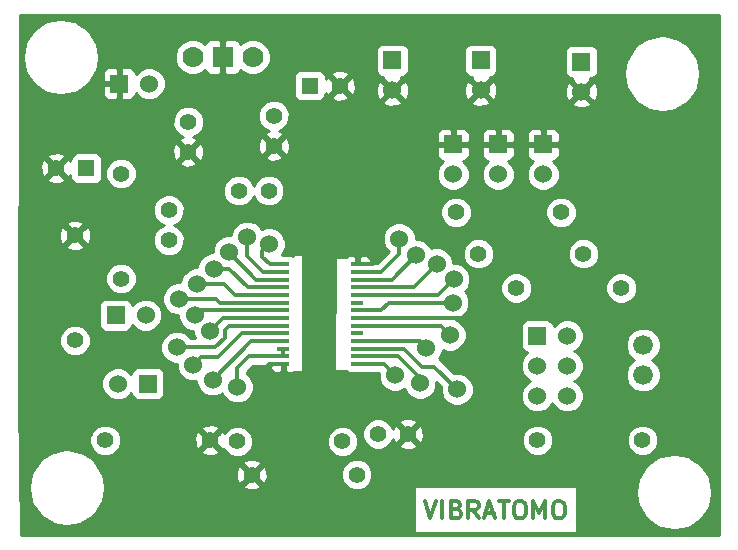
<source format=gtl>
G04 (created by PCBNEW (2013-07-07 BZR 4022)-stable) date 30/04/2014 12:17:37*
%MOIN*%
G04 Gerber Fmt 3.4, Leading zero omitted, Abs format*
%FSLAX34Y34*%
G01*
G70*
G90*
G04 APERTURE LIST*
%ADD10C,0.00590551*%
%ADD11C,0.011811*%
%ADD12R,0.0413386X0.011811*%
%ADD13C,0.055*%
%ADD14R,0.06X0.06*%
%ADD15C,0.06*%
%ADD16C,0.066*%
%ADD17C,0.07*%
%ADD18R,0.07X0.07*%
%ADD19R,0.055X0.055*%
%ADD20C,0.012*%
%ADD21C,0.01*%
G04 APERTURE END LIST*
G54D10*
G54D11*
X83775Y-46935D02*
X83972Y-47526D01*
X84169Y-46935D01*
X84366Y-47526D02*
X84366Y-46935D01*
X84844Y-47217D02*
X84928Y-47245D01*
X84956Y-47273D01*
X84984Y-47329D01*
X84984Y-47413D01*
X84956Y-47470D01*
X84928Y-47498D01*
X84872Y-47526D01*
X84647Y-47526D01*
X84647Y-46935D01*
X84844Y-46935D01*
X84900Y-46964D01*
X84928Y-46992D01*
X84956Y-47048D01*
X84956Y-47104D01*
X84928Y-47160D01*
X84900Y-47188D01*
X84844Y-47217D01*
X84647Y-47217D01*
X85575Y-47526D02*
X85378Y-47245D01*
X85237Y-47526D02*
X85237Y-46935D01*
X85462Y-46935D01*
X85519Y-46964D01*
X85547Y-46992D01*
X85575Y-47048D01*
X85575Y-47132D01*
X85547Y-47188D01*
X85519Y-47217D01*
X85462Y-47245D01*
X85237Y-47245D01*
X85800Y-47357D02*
X86081Y-47357D01*
X85744Y-47526D02*
X85940Y-46935D01*
X86137Y-47526D01*
X86250Y-46935D02*
X86587Y-46935D01*
X86419Y-47526D02*
X86419Y-46935D01*
X86897Y-46935D02*
X87009Y-46935D01*
X87065Y-46964D01*
X87122Y-47020D01*
X87150Y-47132D01*
X87150Y-47329D01*
X87122Y-47442D01*
X87065Y-47498D01*
X87009Y-47526D01*
X86897Y-47526D01*
X86840Y-47498D01*
X86784Y-47442D01*
X86756Y-47329D01*
X86756Y-47132D01*
X86784Y-47020D01*
X86840Y-46964D01*
X86897Y-46935D01*
X87403Y-47526D02*
X87403Y-46935D01*
X87600Y-47357D01*
X87796Y-46935D01*
X87796Y-47526D01*
X88190Y-46935D02*
X88303Y-46935D01*
X88359Y-46964D01*
X88415Y-47020D01*
X88443Y-47132D01*
X88443Y-47329D01*
X88415Y-47442D01*
X88359Y-47498D01*
X88303Y-47526D01*
X88190Y-47526D01*
X88134Y-47498D01*
X88078Y-47442D01*
X88050Y-47329D01*
X88050Y-47132D01*
X88078Y-47020D01*
X88134Y-46964D01*
X88190Y-46935D01*
G54D12*
X79065Y-39050D03*
X79065Y-39305D03*
X79065Y-39561D03*
X79065Y-39817D03*
X79065Y-40073D03*
X79065Y-40329D03*
X79065Y-40585D03*
X79065Y-40841D03*
X79065Y-41097D03*
X79065Y-41353D03*
X79065Y-41609D03*
X79065Y-41864D03*
X79065Y-42120D03*
X79065Y-42376D03*
X81534Y-42376D03*
X81534Y-42120D03*
X81534Y-41864D03*
X81534Y-41609D03*
X81534Y-41353D03*
X81534Y-41097D03*
X81534Y-40841D03*
X81534Y-40585D03*
X81534Y-40329D03*
X81534Y-40073D03*
X81534Y-39817D03*
X81534Y-39561D03*
X81534Y-39305D03*
X81534Y-39050D03*
G54D13*
X87541Y-44921D03*
X91041Y-44921D03*
X88324Y-37322D03*
X84824Y-37322D03*
X89072Y-38700D03*
X85572Y-38700D03*
X72125Y-41592D03*
X72125Y-38092D03*
X73131Y-44921D03*
X76631Y-44921D03*
X90332Y-39842D03*
X86832Y-39842D03*
X73657Y-36027D03*
X73657Y-39527D03*
X81041Y-44960D03*
X77541Y-44960D03*
X81513Y-46062D03*
X78013Y-46062D03*
G54D14*
X87531Y-41440D03*
G54D15*
X88531Y-41440D03*
X87531Y-42440D03*
X88531Y-42440D03*
X87531Y-43440D03*
X88531Y-43440D03*
G54D14*
X73476Y-40748D03*
G54D15*
X74476Y-40748D03*
G54D14*
X74555Y-43031D03*
G54D15*
X73555Y-43031D03*
G54D14*
X87728Y-35059D03*
G54D15*
X87728Y-36059D03*
G54D14*
X86228Y-35059D03*
G54D15*
X86228Y-36059D03*
G54D14*
X84728Y-35059D03*
G54D15*
X84728Y-36059D03*
G54D14*
X89000Y-32300D03*
G54D15*
X89000Y-33300D03*
G54D14*
X82700Y-32250D03*
G54D15*
X82700Y-33250D03*
G54D14*
X85650Y-32250D03*
G54D15*
X85650Y-33250D03*
G54D16*
X91062Y-41744D03*
X91062Y-42744D03*
G54D14*
X73594Y-33031D03*
G54D15*
X74594Y-33031D03*
G54D17*
X76050Y-32150D03*
G54D18*
X77050Y-32150D03*
G54D17*
X78050Y-32150D03*
G54D13*
X78750Y-34100D03*
X78750Y-35100D03*
X75900Y-34300D03*
X75900Y-35300D03*
X78578Y-36598D03*
X77578Y-36598D03*
X75250Y-37250D03*
X75250Y-38250D03*
X82220Y-44708D03*
X83220Y-44708D03*
G54D19*
X72500Y-35850D03*
G54D13*
X71500Y-35850D03*
G54D19*
X79950Y-33100D03*
G54D13*
X80950Y-33100D03*
G54D15*
X78750Y-43160D03*
X81936Y-38277D03*
X85575Y-40831D03*
X84191Y-39042D03*
X76113Y-40730D03*
X82796Y-42759D03*
X84744Y-39551D03*
X84717Y-40329D03*
X75523Y-41825D03*
X84630Y-41412D03*
X83624Y-43025D03*
X82926Y-38196D03*
X75586Y-40208D03*
X83493Y-38745D03*
X84861Y-43218D03*
X77266Y-38633D03*
X77539Y-43141D03*
X78597Y-38376D03*
X77864Y-38156D03*
X83832Y-41832D03*
X76069Y-42406D03*
X76615Y-41279D03*
X76188Y-39704D03*
X76712Y-42904D03*
X76755Y-39200D03*
G54D20*
X79065Y-42376D02*
X78587Y-42376D01*
X78462Y-42872D02*
X78750Y-43160D01*
X78462Y-42502D02*
X78462Y-42872D01*
X78587Y-42376D02*
X78462Y-42502D01*
X81534Y-39050D02*
X82051Y-39050D01*
X82251Y-38592D02*
X81936Y-38277D01*
X82251Y-38850D02*
X82251Y-38592D01*
X82051Y-39050D02*
X82251Y-38850D01*
X81534Y-40841D02*
X85564Y-40841D01*
X85564Y-40841D02*
X85575Y-40831D01*
X81534Y-39817D02*
X83415Y-39817D01*
X83415Y-39817D02*
X84191Y-39042D01*
X76257Y-40585D02*
X76113Y-40730D01*
X76257Y-40585D02*
X79065Y-40585D01*
X81534Y-42376D02*
X82413Y-42376D01*
X82413Y-42376D02*
X82796Y-42759D01*
X81534Y-40073D02*
X84221Y-40073D01*
X84221Y-40073D02*
X84744Y-39551D01*
X81534Y-40585D02*
X82319Y-40585D01*
X82576Y-40329D02*
X84717Y-40329D01*
X82319Y-40585D02*
X82576Y-40329D01*
X79065Y-41097D02*
X77273Y-41097D01*
X76804Y-41825D02*
X75523Y-41825D01*
X77126Y-41503D02*
X76804Y-41825D01*
X77126Y-41244D02*
X77126Y-41503D01*
X77273Y-41097D02*
X77126Y-41244D01*
X81534Y-41097D02*
X84315Y-41097D01*
X84315Y-41097D02*
X84630Y-41412D01*
X81534Y-42120D02*
X82904Y-42120D01*
X83624Y-42840D02*
X83624Y-43025D01*
X82904Y-42120D02*
X83624Y-42840D01*
X81534Y-39305D02*
X82332Y-39305D01*
X82926Y-38712D02*
X82926Y-38196D01*
X82332Y-39305D02*
X82926Y-38712D01*
X79065Y-40329D02*
X76953Y-40329D01*
X76832Y-40208D02*
X75586Y-40208D01*
X76953Y-40329D02*
X76832Y-40208D01*
X81534Y-39561D02*
X82676Y-39561D01*
X82676Y-39561D02*
X83493Y-38745D01*
X81534Y-41864D02*
X83101Y-41864D01*
X84105Y-42462D02*
X84861Y-43218D01*
X83699Y-42462D02*
X84105Y-42462D01*
X83101Y-41864D02*
X83699Y-42462D01*
X79065Y-39561D02*
X78173Y-39561D01*
X77266Y-38654D02*
X77266Y-38633D01*
X78173Y-39561D02*
X77266Y-38654D01*
X79065Y-42120D02*
X77936Y-42120D01*
X77539Y-42518D02*
X77539Y-43141D01*
X77936Y-42120D02*
X77539Y-42518D01*
X79065Y-41864D02*
X79065Y-42120D01*
X79065Y-39050D02*
X78614Y-39050D01*
X78368Y-38605D02*
X78597Y-38376D01*
X78368Y-38804D02*
X78368Y-38605D01*
X78614Y-39050D02*
X78368Y-38804D01*
X79065Y-39305D02*
X78401Y-39305D01*
X77864Y-38768D02*
X77864Y-38156D01*
X78401Y-39305D02*
X77864Y-38768D01*
X81534Y-41609D02*
X83609Y-41609D01*
X83609Y-41609D02*
X83832Y-41832D01*
X79065Y-41353D02*
X77681Y-41353D01*
X76328Y-42147D02*
X76069Y-42406D01*
X76888Y-42147D02*
X76328Y-42147D01*
X77681Y-41353D02*
X76888Y-42147D01*
X77052Y-40841D02*
X76615Y-41279D01*
X79065Y-40841D02*
X77052Y-40841D01*
X79065Y-40073D02*
X77460Y-40073D01*
X77091Y-39704D02*
X76188Y-39704D01*
X77460Y-40073D02*
X77091Y-39704D01*
X78006Y-41609D02*
X76712Y-42904D01*
X78006Y-41609D02*
X79065Y-41609D01*
X79065Y-39817D02*
X77890Y-39817D01*
X77273Y-39200D02*
X76755Y-39200D01*
X77890Y-39817D02*
X77273Y-39200D01*
G54D10*
G36*
X93606Y-48090D02*
X93373Y-48090D01*
X93373Y-46704D01*
X93373Y-46650D01*
X93373Y-46595D01*
X93373Y-46595D01*
X93373Y-46595D01*
X93373Y-46595D01*
X93298Y-46213D01*
X93298Y-46212D01*
X93256Y-46111D01*
X93039Y-45787D01*
X92973Y-45721D01*
X92973Y-32754D01*
X92973Y-32700D01*
X92973Y-32645D01*
X92973Y-32645D01*
X92973Y-32645D01*
X92973Y-32645D01*
X92898Y-32263D01*
X92898Y-32262D01*
X92856Y-32161D01*
X92639Y-31837D01*
X92562Y-31760D01*
X92560Y-31759D01*
X92238Y-31544D01*
X92237Y-31543D01*
X92137Y-31501D01*
X91754Y-31425D01*
X91645Y-31425D01*
X91643Y-31426D01*
X91263Y-31501D01*
X91262Y-31501D01*
X91161Y-31543D01*
X90837Y-31760D01*
X90760Y-31837D01*
X90759Y-31839D01*
X90544Y-32161D01*
X90543Y-32162D01*
X90501Y-32262D01*
X90425Y-32645D01*
X90425Y-32700D01*
X90425Y-32754D01*
X90501Y-33137D01*
X90543Y-33237D01*
X90544Y-33238D01*
X90759Y-33560D01*
X90760Y-33562D01*
X90837Y-33639D01*
X91161Y-33856D01*
X91262Y-33898D01*
X91263Y-33898D01*
X91643Y-33973D01*
X91645Y-33974D01*
X91754Y-33974D01*
X92137Y-33898D01*
X92237Y-33856D01*
X92238Y-33855D01*
X92560Y-33640D01*
X92562Y-33639D01*
X92639Y-33562D01*
X92856Y-33238D01*
X92898Y-33137D01*
X92898Y-33136D01*
X92973Y-32754D01*
X92973Y-32754D01*
X92973Y-32754D01*
X92973Y-32754D01*
X92973Y-45721D01*
X92962Y-45710D01*
X92960Y-45709D01*
X92638Y-45494D01*
X92637Y-45493D01*
X92537Y-45451D01*
X92154Y-45375D01*
X92045Y-45375D01*
X92043Y-45376D01*
X91663Y-45451D01*
X91662Y-45451D01*
X91643Y-45459D01*
X91643Y-42629D01*
X91554Y-42415D01*
X91391Y-42252D01*
X91371Y-42244D01*
X91391Y-42236D01*
X91554Y-42073D01*
X91642Y-41859D01*
X91643Y-41629D01*
X91554Y-41415D01*
X91391Y-41252D01*
X91178Y-41164D01*
X90948Y-41163D01*
X90857Y-41201D01*
X90857Y-39738D01*
X90778Y-39545D01*
X90630Y-39397D01*
X90437Y-39317D01*
X90228Y-39317D01*
X90035Y-39397D01*
X89887Y-39544D01*
X89807Y-39737D01*
X89807Y-39946D01*
X89887Y-40139D01*
X90034Y-40287D01*
X90227Y-40367D01*
X90436Y-40367D01*
X90629Y-40287D01*
X90777Y-40140D01*
X90857Y-39947D01*
X90857Y-39738D01*
X90857Y-41201D01*
X90734Y-41252D01*
X90571Y-41415D01*
X90483Y-41628D01*
X90482Y-41858D01*
X90571Y-42072D01*
X90734Y-42235D01*
X90754Y-42244D01*
X90734Y-42252D01*
X90571Y-42415D01*
X90483Y-42628D01*
X90482Y-42858D01*
X90571Y-43072D01*
X90734Y-43235D01*
X90947Y-43323D01*
X91177Y-43324D01*
X91391Y-43236D01*
X91554Y-43073D01*
X91642Y-42859D01*
X91643Y-42629D01*
X91643Y-45459D01*
X91566Y-45491D01*
X91566Y-44817D01*
X91486Y-44624D01*
X91339Y-44476D01*
X91146Y-44396D01*
X90937Y-44396D01*
X90744Y-44475D01*
X90596Y-44623D01*
X90516Y-44816D01*
X90516Y-45025D01*
X90596Y-45218D01*
X90743Y-45366D01*
X90936Y-45446D01*
X91145Y-45446D01*
X91338Y-45366D01*
X91486Y-45219D01*
X91566Y-45026D01*
X91566Y-44817D01*
X91566Y-45491D01*
X91561Y-45493D01*
X91237Y-45710D01*
X91160Y-45787D01*
X91159Y-45789D01*
X90944Y-46111D01*
X90943Y-46112D01*
X90901Y-46212D01*
X90825Y-46595D01*
X90825Y-46650D01*
X90825Y-46704D01*
X90901Y-47087D01*
X90943Y-47187D01*
X90944Y-47188D01*
X91159Y-47510D01*
X91160Y-47512D01*
X91237Y-47589D01*
X91561Y-47806D01*
X91662Y-47848D01*
X91663Y-47848D01*
X92043Y-47923D01*
X92045Y-47924D01*
X92154Y-47924D01*
X92537Y-47848D01*
X92637Y-47806D01*
X92638Y-47805D01*
X92960Y-47590D01*
X92962Y-47589D01*
X93039Y-47512D01*
X93256Y-47188D01*
X93298Y-47087D01*
X93298Y-47086D01*
X93373Y-46704D01*
X93373Y-46704D01*
X93373Y-46704D01*
X93373Y-46704D01*
X93373Y-48090D01*
X89597Y-48090D01*
X89597Y-38596D01*
X89554Y-38492D01*
X89554Y-33381D01*
X89550Y-33287D01*
X89550Y-32550D01*
X89550Y-31950D01*
X89512Y-31858D01*
X89441Y-31788D01*
X89349Y-31750D01*
X89250Y-31749D01*
X88650Y-31749D01*
X88558Y-31787D01*
X88488Y-31858D01*
X88450Y-31950D01*
X88449Y-32049D01*
X88449Y-32649D01*
X88487Y-32741D01*
X88558Y-32811D01*
X88650Y-32849D01*
X88703Y-32850D01*
X88684Y-32914D01*
X89000Y-33229D01*
X89315Y-32914D01*
X89296Y-32850D01*
X89349Y-32850D01*
X89441Y-32812D01*
X89511Y-32741D01*
X89549Y-32649D01*
X89550Y-32550D01*
X89550Y-33287D01*
X89543Y-33163D01*
X89481Y-33012D01*
X89385Y-32984D01*
X89070Y-33300D01*
X89385Y-33615D01*
X89481Y-33587D01*
X89554Y-33381D01*
X89554Y-38492D01*
X89518Y-38403D01*
X89370Y-38255D01*
X89315Y-38232D01*
X89315Y-33685D01*
X89000Y-33370D01*
X88929Y-33441D01*
X88929Y-33300D01*
X88614Y-32984D01*
X88518Y-33012D01*
X88445Y-33218D01*
X88456Y-33436D01*
X88518Y-33587D01*
X88614Y-33615D01*
X88929Y-33300D01*
X88929Y-33441D01*
X88684Y-33685D01*
X88712Y-33781D01*
X88918Y-33854D01*
X89136Y-33843D01*
X89287Y-33781D01*
X89315Y-33685D01*
X89315Y-38232D01*
X89177Y-38175D01*
X88968Y-38175D01*
X88849Y-38224D01*
X88849Y-37218D01*
X88770Y-37025D01*
X88622Y-36878D01*
X88429Y-36797D01*
X88278Y-36797D01*
X88278Y-35950D01*
X88194Y-35747D01*
X88056Y-35609D01*
X88078Y-35609D01*
X88170Y-35570D01*
X88240Y-35500D01*
X88278Y-35408D01*
X88278Y-34709D01*
X88240Y-34617D01*
X88170Y-34547D01*
X88078Y-34509D01*
X87978Y-34509D01*
X87840Y-34509D01*
X87778Y-34571D01*
X87778Y-35009D01*
X88215Y-35009D01*
X88278Y-34946D01*
X88278Y-34709D01*
X88278Y-35408D01*
X88278Y-35171D01*
X88215Y-35109D01*
X87778Y-35109D01*
X87778Y-35116D01*
X87678Y-35116D01*
X87678Y-35109D01*
X87678Y-35009D01*
X87678Y-34571D01*
X87615Y-34509D01*
X87477Y-34509D01*
X87378Y-34509D01*
X87286Y-34547D01*
X87216Y-34617D01*
X87178Y-34709D01*
X87178Y-34946D01*
X87240Y-35009D01*
X87678Y-35009D01*
X87678Y-35109D01*
X87240Y-35109D01*
X87178Y-35171D01*
X87178Y-35408D01*
X87216Y-35500D01*
X87286Y-35570D01*
X87378Y-35609D01*
X87400Y-35609D01*
X87262Y-35747D01*
X87178Y-35949D01*
X87178Y-36167D01*
X87261Y-36370D01*
X87416Y-36525D01*
X87618Y-36608D01*
X87837Y-36609D01*
X88039Y-36525D01*
X88194Y-36371D01*
X88278Y-36168D01*
X88278Y-35950D01*
X88278Y-36797D01*
X88220Y-36797D01*
X88027Y-36877D01*
X87879Y-37025D01*
X87799Y-37217D01*
X87799Y-37426D01*
X87879Y-37619D01*
X88027Y-37767D01*
X88219Y-37847D01*
X88428Y-37847D01*
X88621Y-37768D01*
X88769Y-37620D01*
X88849Y-37427D01*
X88849Y-37218D01*
X88849Y-38224D01*
X88775Y-38255D01*
X88628Y-38403D01*
X88547Y-38595D01*
X88547Y-38804D01*
X88627Y-38997D01*
X88775Y-39145D01*
X88967Y-39225D01*
X89176Y-39225D01*
X89369Y-39146D01*
X89517Y-38998D01*
X89597Y-38805D01*
X89597Y-38596D01*
X89597Y-48090D01*
X89081Y-48090D01*
X89081Y-43332D01*
X88998Y-43129D01*
X88843Y-42974D01*
X88761Y-42940D01*
X88842Y-42907D01*
X88997Y-42752D01*
X89081Y-42550D01*
X89081Y-42332D01*
X88998Y-42129D01*
X88843Y-41974D01*
X88761Y-41940D01*
X88842Y-41907D01*
X88997Y-41752D01*
X89081Y-41550D01*
X89081Y-41332D01*
X88998Y-41129D01*
X88843Y-40974D01*
X88641Y-40891D01*
X88422Y-40890D01*
X88220Y-40974D01*
X88081Y-41112D01*
X88081Y-41091D01*
X88043Y-40999D01*
X87973Y-40929D01*
X87881Y-40890D01*
X87781Y-40890D01*
X87357Y-40890D01*
X87357Y-39738D01*
X87278Y-39545D01*
X87130Y-39397D01*
X86937Y-39317D01*
X86778Y-39317D01*
X86778Y-35950D01*
X86694Y-35747D01*
X86556Y-35609D01*
X86578Y-35609D01*
X86670Y-35570D01*
X86740Y-35500D01*
X86778Y-35408D01*
X86778Y-34709D01*
X86740Y-34617D01*
X86670Y-34547D01*
X86578Y-34509D01*
X86478Y-34509D01*
X86340Y-34509D01*
X86278Y-34571D01*
X86278Y-35009D01*
X86715Y-35009D01*
X86778Y-34946D01*
X86778Y-34709D01*
X86778Y-35408D01*
X86778Y-35171D01*
X86715Y-35109D01*
X86278Y-35109D01*
X86278Y-35116D01*
X86204Y-35116D01*
X86204Y-33331D01*
X86200Y-33237D01*
X86200Y-32500D01*
X86200Y-31900D01*
X86162Y-31808D01*
X86091Y-31738D01*
X85999Y-31700D01*
X85900Y-31699D01*
X85300Y-31699D01*
X85208Y-31737D01*
X85138Y-31808D01*
X85100Y-31900D01*
X85099Y-31999D01*
X85099Y-32599D01*
X85137Y-32691D01*
X85208Y-32761D01*
X85300Y-32799D01*
X85353Y-32800D01*
X85334Y-32864D01*
X85650Y-33179D01*
X85965Y-32864D01*
X85946Y-32800D01*
X85999Y-32800D01*
X86091Y-32762D01*
X86161Y-32691D01*
X86199Y-32599D01*
X86200Y-32500D01*
X86200Y-33237D01*
X86193Y-33113D01*
X86131Y-32962D01*
X86035Y-32934D01*
X85720Y-33250D01*
X86035Y-33565D01*
X86131Y-33537D01*
X86204Y-33331D01*
X86204Y-35116D01*
X86178Y-35116D01*
X86178Y-35109D01*
X86178Y-35009D01*
X86178Y-34571D01*
X86115Y-34509D01*
X85977Y-34509D01*
X85965Y-34509D01*
X85965Y-33635D01*
X85650Y-33320D01*
X85579Y-33391D01*
X85579Y-33250D01*
X85264Y-32934D01*
X85168Y-32962D01*
X85095Y-33168D01*
X85106Y-33386D01*
X85168Y-33537D01*
X85264Y-33565D01*
X85579Y-33250D01*
X85579Y-33391D01*
X85334Y-33635D01*
X85362Y-33731D01*
X85568Y-33804D01*
X85786Y-33793D01*
X85937Y-33731D01*
X85965Y-33635D01*
X85965Y-34509D01*
X85878Y-34509D01*
X85786Y-34547D01*
X85716Y-34617D01*
X85678Y-34709D01*
X85678Y-34946D01*
X85740Y-35009D01*
X86178Y-35009D01*
X86178Y-35109D01*
X85740Y-35109D01*
X85678Y-35171D01*
X85678Y-35408D01*
X85716Y-35500D01*
X85786Y-35570D01*
X85878Y-35609D01*
X85900Y-35609D01*
X85762Y-35747D01*
X85678Y-35949D01*
X85678Y-36167D01*
X85761Y-36370D01*
X85916Y-36525D01*
X86118Y-36608D01*
X86337Y-36609D01*
X86539Y-36525D01*
X86694Y-36371D01*
X86778Y-36168D01*
X86778Y-35950D01*
X86778Y-39317D01*
X86728Y-39317D01*
X86535Y-39397D01*
X86387Y-39544D01*
X86307Y-39737D01*
X86307Y-39946D01*
X86387Y-40139D01*
X86534Y-40287D01*
X86727Y-40367D01*
X86936Y-40367D01*
X87129Y-40287D01*
X87277Y-40140D01*
X87357Y-39947D01*
X87357Y-39738D01*
X87357Y-40890D01*
X87181Y-40890D01*
X87090Y-40928D01*
X87019Y-40999D01*
X86981Y-41090D01*
X86981Y-41190D01*
X86981Y-41790D01*
X87019Y-41882D01*
X87089Y-41952D01*
X87181Y-41990D01*
X87203Y-41990D01*
X87065Y-42128D01*
X86981Y-42331D01*
X86981Y-42549D01*
X87064Y-42752D01*
X87219Y-42906D01*
X87301Y-42940D01*
X87220Y-42974D01*
X87065Y-43128D01*
X86981Y-43331D01*
X86981Y-43549D01*
X87064Y-43752D01*
X87219Y-43906D01*
X87421Y-43990D01*
X87640Y-43991D01*
X87842Y-43907D01*
X87997Y-43752D01*
X88031Y-43671D01*
X88064Y-43752D01*
X88219Y-43906D01*
X88421Y-43990D01*
X88640Y-43991D01*
X88842Y-43907D01*
X88997Y-43752D01*
X89081Y-43550D01*
X89081Y-43332D01*
X89081Y-48090D01*
X88865Y-48090D01*
X88865Y-48009D01*
X88865Y-46446D01*
X88066Y-46446D01*
X88066Y-44817D01*
X87986Y-44624D01*
X87839Y-44476D01*
X87646Y-44396D01*
X87437Y-44396D01*
X87244Y-44475D01*
X87096Y-44623D01*
X87016Y-44816D01*
X87016Y-45025D01*
X87096Y-45218D01*
X87243Y-45366D01*
X87436Y-45446D01*
X87645Y-45446D01*
X87838Y-45366D01*
X87986Y-45219D01*
X88066Y-45026D01*
X88066Y-44817D01*
X88066Y-46446D01*
X86097Y-46446D01*
X86097Y-38596D01*
X86018Y-38403D01*
X85870Y-38255D01*
X85677Y-38175D01*
X85468Y-38175D01*
X85349Y-38224D01*
X85349Y-37218D01*
X85278Y-37045D01*
X85278Y-35950D01*
X85194Y-35747D01*
X85056Y-35609D01*
X85078Y-35609D01*
X85170Y-35570D01*
X85240Y-35500D01*
X85278Y-35408D01*
X85278Y-34709D01*
X85240Y-34617D01*
X85170Y-34547D01*
X85078Y-34509D01*
X84978Y-34509D01*
X84840Y-34509D01*
X84778Y-34571D01*
X84778Y-35009D01*
X85215Y-35009D01*
X85278Y-34946D01*
X85278Y-34709D01*
X85278Y-35408D01*
X85278Y-35171D01*
X85215Y-35109D01*
X84778Y-35109D01*
X84778Y-35116D01*
X84678Y-35116D01*
X84678Y-35109D01*
X84678Y-35009D01*
X84678Y-34571D01*
X84615Y-34509D01*
X84477Y-34509D01*
X84378Y-34509D01*
X84286Y-34547D01*
X84216Y-34617D01*
X84178Y-34709D01*
X84178Y-34946D01*
X84240Y-35009D01*
X84678Y-35009D01*
X84678Y-35109D01*
X84240Y-35109D01*
X84178Y-35171D01*
X84178Y-35408D01*
X84216Y-35500D01*
X84286Y-35570D01*
X84378Y-35609D01*
X84400Y-35609D01*
X84262Y-35747D01*
X84178Y-35949D01*
X84178Y-36167D01*
X84261Y-36370D01*
X84416Y-36525D01*
X84618Y-36608D01*
X84837Y-36609D01*
X85039Y-36525D01*
X85194Y-36371D01*
X85278Y-36168D01*
X85278Y-35950D01*
X85278Y-37045D01*
X85270Y-37025D01*
X85122Y-36878D01*
X84929Y-36797D01*
X84720Y-36797D01*
X84527Y-36877D01*
X84379Y-37025D01*
X84299Y-37217D01*
X84299Y-37426D01*
X84379Y-37619D01*
X84527Y-37767D01*
X84719Y-37847D01*
X84928Y-37847D01*
X85121Y-37768D01*
X85269Y-37620D01*
X85349Y-37427D01*
X85349Y-37218D01*
X85349Y-38224D01*
X85275Y-38255D01*
X85128Y-38403D01*
X85047Y-38595D01*
X85047Y-38804D01*
X85127Y-38997D01*
X85275Y-39145D01*
X85467Y-39225D01*
X85676Y-39225D01*
X85869Y-39146D01*
X86017Y-38998D01*
X86097Y-38805D01*
X86097Y-38596D01*
X86097Y-46446D01*
X85411Y-46446D01*
X85411Y-43109D01*
X85327Y-42906D01*
X85172Y-42752D01*
X84970Y-42668D01*
X84752Y-42667D01*
X84750Y-42668D01*
X84324Y-42242D01*
X84249Y-42192D01*
X84297Y-42143D01*
X84381Y-41941D01*
X84381Y-41904D01*
X84520Y-41961D01*
X84738Y-41962D01*
X84941Y-41878D01*
X85095Y-41723D01*
X85179Y-41521D01*
X85180Y-41303D01*
X85096Y-41100D01*
X84941Y-40946D01*
X84780Y-40879D01*
X84825Y-40879D01*
X85028Y-40795D01*
X85182Y-40640D01*
X85266Y-40438D01*
X85267Y-40220D01*
X85183Y-40017D01*
X85119Y-39953D01*
X85209Y-39862D01*
X85293Y-39660D01*
X85294Y-39442D01*
X85210Y-39239D01*
X85055Y-39085D01*
X84853Y-39001D01*
X84741Y-39000D01*
X84741Y-38933D01*
X84657Y-38730D01*
X84502Y-38576D01*
X84300Y-38492D01*
X84082Y-38491D01*
X83997Y-38526D01*
X83959Y-38433D01*
X83804Y-38279D01*
X83602Y-38195D01*
X83476Y-38194D01*
X83476Y-38087D01*
X83392Y-37884D01*
X83254Y-37746D01*
X83254Y-33331D01*
X83250Y-33237D01*
X83250Y-32500D01*
X83250Y-31900D01*
X83212Y-31808D01*
X83141Y-31738D01*
X83049Y-31700D01*
X82950Y-31699D01*
X82350Y-31699D01*
X82258Y-31737D01*
X82188Y-31808D01*
X82150Y-31900D01*
X82149Y-31999D01*
X82149Y-32599D01*
X82187Y-32691D01*
X82258Y-32761D01*
X82350Y-32799D01*
X82403Y-32800D01*
X82384Y-32864D01*
X82700Y-33179D01*
X83015Y-32864D01*
X82996Y-32800D01*
X83049Y-32800D01*
X83141Y-32762D01*
X83211Y-32691D01*
X83249Y-32599D01*
X83250Y-32500D01*
X83250Y-33237D01*
X83243Y-33113D01*
X83181Y-32962D01*
X83085Y-32934D01*
X82770Y-33250D01*
X83085Y-33565D01*
X83181Y-33537D01*
X83254Y-33331D01*
X83254Y-37746D01*
X83237Y-37730D01*
X83035Y-37646D01*
X83015Y-37646D01*
X83015Y-33635D01*
X82700Y-33320D01*
X82629Y-33391D01*
X82629Y-33250D01*
X82314Y-32934D01*
X82218Y-32962D01*
X82145Y-33168D01*
X82156Y-33386D01*
X82218Y-33537D01*
X82314Y-33565D01*
X82629Y-33250D01*
X82629Y-33391D01*
X82384Y-33635D01*
X82412Y-33731D01*
X82618Y-33804D01*
X82836Y-33793D01*
X82987Y-33731D01*
X83015Y-33635D01*
X83015Y-37646D01*
X82817Y-37645D01*
X82614Y-37729D01*
X82460Y-37884D01*
X82376Y-38086D01*
X82375Y-38304D01*
X82459Y-38507D01*
X82576Y-38624D01*
X82204Y-38995D01*
X81953Y-38995D01*
X81991Y-38957D01*
X81991Y-38941D01*
X81953Y-38849D01*
X81883Y-38779D01*
X81791Y-38740D01*
X81691Y-38740D01*
X81647Y-38740D01*
X81584Y-38803D01*
X81584Y-38995D01*
X81534Y-38995D01*
X81530Y-38996D01*
X81484Y-38996D01*
X81484Y-38803D01*
X81479Y-38798D01*
X81479Y-33175D01*
X81468Y-32967D01*
X81410Y-32827D01*
X81317Y-32802D01*
X81247Y-32873D01*
X81247Y-32732D01*
X81222Y-32639D01*
X81025Y-32570D01*
X80817Y-32581D01*
X80677Y-32639D01*
X80652Y-32732D01*
X80950Y-33029D01*
X81247Y-32732D01*
X81247Y-32873D01*
X81020Y-33100D01*
X81317Y-33397D01*
X81410Y-33372D01*
X81479Y-33175D01*
X81479Y-38798D01*
X81422Y-38740D01*
X81377Y-38740D01*
X81278Y-38740D01*
X81247Y-38753D01*
X81247Y-33467D01*
X80950Y-33170D01*
X80879Y-33241D01*
X80879Y-33100D01*
X80582Y-32802D01*
X80489Y-32827D01*
X80475Y-32868D01*
X80475Y-32775D01*
X80437Y-32683D01*
X80366Y-32613D01*
X80274Y-32575D01*
X80175Y-32574D01*
X79625Y-32574D01*
X79533Y-32612D01*
X79463Y-32683D01*
X79425Y-32775D01*
X79424Y-32874D01*
X79424Y-33424D01*
X79462Y-33516D01*
X79533Y-33586D01*
X79625Y-33624D01*
X79724Y-33625D01*
X80274Y-33625D01*
X80366Y-33587D01*
X80436Y-33516D01*
X80474Y-33424D01*
X80475Y-33337D01*
X80489Y-33372D01*
X80582Y-33397D01*
X80879Y-33100D01*
X80879Y-33241D01*
X80652Y-33467D01*
X80677Y-33560D01*
X80874Y-33629D01*
X81082Y-33618D01*
X81222Y-33560D01*
X81247Y-33467D01*
X81247Y-38753D01*
X81186Y-38779D01*
X81157Y-38808D01*
X80792Y-38808D01*
X80772Y-42624D01*
X81163Y-42624D01*
X81186Y-42647D01*
X81278Y-42685D01*
X81377Y-42685D01*
X81530Y-42685D01*
X81534Y-42686D01*
X82246Y-42686D01*
X82245Y-42867D01*
X82329Y-43070D01*
X82484Y-43224D01*
X82686Y-43308D01*
X82904Y-43309D01*
X83107Y-43225D01*
X83110Y-43222D01*
X83157Y-43336D01*
X83312Y-43490D01*
X83514Y-43574D01*
X83732Y-43575D01*
X83935Y-43491D01*
X84089Y-43336D01*
X84173Y-43134D01*
X84174Y-42969D01*
X84311Y-43106D01*
X84311Y-43108D01*
X84310Y-43326D01*
X84394Y-43529D01*
X84549Y-43683D01*
X84751Y-43767D01*
X84969Y-43768D01*
X85172Y-43684D01*
X85326Y-43529D01*
X85410Y-43327D01*
X85411Y-43109D01*
X85411Y-46446D01*
X83750Y-46446D01*
X83750Y-44784D01*
X83739Y-44575D01*
X83681Y-44435D01*
X83588Y-44411D01*
X83517Y-44482D01*
X83517Y-44340D01*
X83493Y-44248D01*
X83296Y-44178D01*
X83087Y-44190D01*
X82947Y-44248D01*
X82923Y-44340D01*
X83220Y-44637D01*
X83517Y-44340D01*
X83517Y-44482D01*
X83291Y-44708D01*
X83588Y-45005D01*
X83681Y-44981D01*
X83750Y-44784D01*
X83750Y-46446D01*
X83517Y-46446D01*
X83517Y-45076D01*
X83220Y-44779D01*
X83149Y-44850D01*
X83149Y-44708D01*
X82852Y-44411D01*
X82759Y-44435D01*
X82721Y-44545D01*
X82665Y-44411D01*
X82518Y-44263D01*
X82325Y-44183D01*
X82116Y-44183D01*
X81923Y-44263D01*
X81775Y-44410D01*
X81695Y-44603D01*
X81695Y-44812D01*
X81775Y-45005D01*
X81922Y-45153D01*
X82115Y-45233D01*
X82324Y-45233D01*
X82517Y-45153D01*
X82665Y-45006D01*
X82717Y-44879D01*
X82759Y-44981D01*
X82852Y-45005D01*
X83149Y-44708D01*
X83149Y-44850D01*
X82923Y-45076D01*
X82947Y-45169D01*
X83144Y-45238D01*
X83353Y-45227D01*
X83493Y-45169D01*
X83517Y-45076D01*
X83517Y-46446D01*
X83410Y-46446D01*
X83410Y-48009D01*
X88865Y-48009D01*
X88865Y-48090D01*
X82038Y-48090D01*
X82038Y-45959D01*
X81959Y-45765D01*
X81811Y-45618D01*
X81618Y-45538D01*
X81566Y-45538D01*
X81566Y-44856D01*
X81486Y-44663D01*
X81339Y-44515D01*
X81146Y-44435D01*
X80937Y-44435D01*
X80744Y-44515D01*
X80596Y-44662D01*
X80516Y-44855D01*
X80516Y-45064D01*
X80596Y-45257D01*
X80743Y-45405D01*
X80936Y-45485D01*
X81145Y-45485D01*
X81338Y-45405D01*
X81486Y-45258D01*
X81566Y-45065D01*
X81566Y-44856D01*
X81566Y-45538D01*
X81409Y-45537D01*
X81216Y-45617D01*
X81068Y-45765D01*
X80988Y-45958D01*
X80988Y-46166D01*
X81068Y-46359D01*
X81216Y-46507D01*
X81408Y-46587D01*
X81617Y-46588D01*
X81810Y-46508D01*
X81958Y-46360D01*
X82038Y-46167D01*
X82038Y-45959D01*
X82038Y-48090D01*
X79735Y-48090D01*
X79735Y-38725D01*
X79681Y-38725D01*
X79387Y-38725D01*
X79387Y-38767D01*
X79321Y-38740D01*
X79279Y-38740D01*
X79279Y-35175D01*
X79275Y-35087D01*
X79275Y-33996D01*
X79195Y-33803D01*
X79047Y-33655D01*
X78854Y-33575D01*
X78650Y-33574D01*
X78650Y-32031D01*
X78558Y-31810D01*
X78390Y-31641D01*
X78169Y-31550D01*
X77931Y-31549D01*
X77710Y-31641D01*
X77635Y-31715D01*
X77612Y-31658D01*
X77541Y-31588D01*
X77449Y-31550D01*
X77350Y-31549D01*
X77162Y-31550D01*
X77100Y-31612D01*
X77100Y-32100D01*
X77107Y-32100D01*
X77107Y-32200D01*
X77100Y-32200D01*
X77100Y-32687D01*
X77162Y-32750D01*
X77350Y-32750D01*
X77449Y-32749D01*
X77541Y-32711D01*
X77612Y-32641D01*
X77635Y-32584D01*
X77709Y-32658D01*
X77930Y-32749D01*
X78168Y-32750D01*
X78389Y-32658D01*
X78558Y-32490D01*
X78649Y-32269D01*
X78650Y-32031D01*
X78650Y-33574D01*
X78646Y-33574D01*
X78453Y-33654D01*
X78305Y-33802D01*
X78225Y-33995D01*
X78224Y-34203D01*
X78304Y-34397D01*
X78452Y-34544D01*
X78578Y-34597D01*
X78477Y-34639D01*
X78452Y-34732D01*
X78750Y-35029D01*
X79047Y-34732D01*
X79022Y-34639D01*
X78912Y-34600D01*
X79047Y-34545D01*
X79194Y-34397D01*
X79274Y-34204D01*
X79275Y-33996D01*
X79275Y-35087D01*
X79268Y-34967D01*
X79210Y-34827D01*
X79117Y-34802D01*
X78820Y-35100D01*
X79117Y-35397D01*
X79210Y-35372D01*
X79279Y-35175D01*
X79279Y-38740D01*
X79222Y-38740D01*
X79069Y-38740D01*
X79065Y-38740D01*
X79010Y-38740D01*
X79062Y-38687D01*
X79146Y-38485D01*
X79147Y-38267D01*
X79103Y-38162D01*
X79103Y-36494D01*
X79047Y-36357D01*
X79047Y-35467D01*
X78750Y-35170D01*
X78679Y-35241D01*
X78679Y-35100D01*
X78382Y-34802D01*
X78289Y-34827D01*
X78220Y-35024D01*
X78231Y-35232D01*
X78289Y-35372D01*
X78382Y-35397D01*
X78679Y-35100D01*
X78679Y-35241D01*
X78452Y-35467D01*
X78477Y-35560D01*
X78674Y-35629D01*
X78882Y-35618D01*
X79022Y-35560D01*
X79047Y-35467D01*
X79047Y-36357D01*
X79024Y-36301D01*
X78876Y-36153D01*
X78683Y-36073D01*
X78474Y-36073D01*
X78281Y-36153D01*
X78133Y-36300D01*
X78078Y-36433D01*
X78024Y-36301D01*
X77876Y-36153D01*
X77683Y-36073D01*
X77474Y-36073D01*
X77281Y-36153D01*
X77133Y-36300D01*
X77053Y-36493D01*
X77053Y-36702D01*
X77133Y-36895D01*
X77280Y-37043D01*
X77473Y-37123D01*
X77682Y-37123D01*
X77875Y-37043D01*
X78023Y-36896D01*
X78078Y-36763D01*
X78133Y-36895D01*
X78280Y-37043D01*
X78473Y-37123D01*
X78682Y-37123D01*
X78875Y-37043D01*
X79023Y-36896D01*
X79103Y-36703D01*
X79103Y-36494D01*
X79103Y-38162D01*
X79063Y-38064D01*
X78908Y-37910D01*
X78706Y-37826D01*
X78488Y-37825D01*
X78346Y-37884D01*
X78330Y-37844D01*
X78175Y-37690D01*
X77973Y-37606D01*
X77755Y-37605D01*
X77552Y-37689D01*
X77398Y-37844D01*
X77314Y-38046D01*
X77314Y-38083D01*
X77157Y-38082D01*
X77000Y-38147D01*
X77000Y-32687D01*
X77000Y-32200D01*
X76992Y-32200D01*
X76992Y-32100D01*
X77000Y-32100D01*
X77000Y-31612D01*
X76937Y-31550D01*
X76749Y-31549D01*
X76650Y-31550D01*
X76558Y-31588D01*
X76487Y-31658D01*
X76464Y-31715D01*
X76390Y-31641D01*
X76169Y-31550D01*
X75931Y-31549D01*
X75710Y-31641D01*
X75541Y-31809D01*
X75450Y-32030D01*
X75449Y-32268D01*
X75541Y-32489D01*
X75709Y-32658D01*
X75930Y-32749D01*
X76168Y-32750D01*
X76389Y-32658D01*
X76464Y-32584D01*
X76487Y-32641D01*
X76558Y-32711D01*
X76650Y-32749D01*
X76749Y-32750D01*
X76937Y-32750D01*
X77000Y-32687D01*
X77000Y-38147D01*
X76954Y-38166D01*
X76800Y-38321D01*
X76716Y-38523D01*
X76715Y-38649D01*
X76646Y-38649D01*
X76443Y-38733D01*
X76429Y-38747D01*
X76429Y-35375D01*
X76425Y-35287D01*
X76425Y-34196D01*
X76345Y-34003D01*
X76197Y-33855D01*
X76004Y-33775D01*
X75796Y-33774D01*
X75603Y-33854D01*
X75455Y-34002D01*
X75375Y-34195D01*
X75374Y-34403D01*
X75454Y-34597D01*
X75602Y-34744D01*
X75728Y-34797D01*
X75627Y-34839D01*
X75602Y-34932D01*
X75900Y-35229D01*
X76197Y-34932D01*
X76172Y-34839D01*
X76062Y-34800D01*
X76197Y-34745D01*
X76344Y-34597D01*
X76424Y-34404D01*
X76425Y-34196D01*
X76425Y-35287D01*
X76418Y-35167D01*
X76360Y-35027D01*
X76267Y-35002D01*
X75970Y-35300D01*
X76267Y-35597D01*
X76360Y-35572D01*
X76429Y-35375D01*
X76429Y-38747D01*
X76289Y-38888D01*
X76205Y-39090D01*
X76205Y-39154D01*
X76197Y-39154D01*
X76197Y-35667D01*
X75900Y-35370D01*
X75829Y-35441D01*
X75829Y-35300D01*
X75532Y-35002D01*
X75439Y-35027D01*
X75370Y-35224D01*
X75381Y-35432D01*
X75439Y-35572D01*
X75532Y-35597D01*
X75829Y-35300D01*
X75829Y-35441D01*
X75602Y-35667D01*
X75627Y-35760D01*
X75824Y-35829D01*
X76032Y-35818D01*
X76172Y-35760D01*
X76197Y-35667D01*
X76197Y-39154D01*
X76079Y-39153D01*
X75876Y-39237D01*
X75775Y-39339D01*
X75775Y-38146D01*
X75695Y-37953D01*
X75547Y-37805D01*
X75414Y-37749D01*
X75547Y-37695D01*
X75694Y-37547D01*
X75774Y-37354D01*
X75775Y-37146D01*
X75695Y-36953D01*
X75547Y-36805D01*
X75354Y-36725D01*
X75146Y-36724D01*
X75144Y-36725D01*
X75144Y-32922D01*
X75061Y-32720D01*
X74906Y-32565D01*
X74704Y-32481D01*
X74485Y-32481D01*
X74283Y-32564D01*
X74144Y-32703D01*
X74144Y-32681D01*
X74106Y-32589D01*
X74035Y-32519D01*
X73943Y-32481D01*
X73706Y-32481D01*
X73644Y-32543D01*
X73644Y-32981D01*
X73652Y-32981D01*
X73652Y-33081D01*
X73644Y-33081D01*
X73644Y-33518D01*
X73706Y-33581D01*
X73943Y-33581D01*
X74035Y-33543D01*
X74106Y-33473D01*
X74144Y-33381D01*
X74144Y-33359D01*
X74282Y-33497D01*
X74484Y-33581D01*
X74703Y-33581D01*
X74905Y-33498D01*
X75060Y-33343D01*
X75144Y-33141D01*
X75144Y-32922D01*
X75144Y-36725D01*
X74953Y-36804D01*
X74805Y-36952D01*
X74725Y-37145D01*
X74724Y-37353D01*
X74804Y-37547D01*
X74952Y-37694D01*
X75085Y-37750D01*
X74953Y-37804D01*
X74805Y-37952D01*
X74725Y-38145D01*
X74724Y-38353D01*
X74804Y-38547D01*
X74952Y-38694D01*
X75145Y-38774D01*
X75353Y-38775D01*
X75547Y-38695D01*
X75694Y-38547D01*
X75774Y-38354D01*
X75775Y-38146D01*
X75775Y-39339D01*
X75722Y-39392D01*
X75638Y-39594D01*
X75638Y-39658D01*
X75477Y-39657D01*
X75274Y-39741D01*
X75120Y-39896D01*
X75036Y-40098D01*
X75035Y-40316D01*
X75119Y-40519D01*
X75274Y-40673D01*
X75476Y-40757D01*
X75562Y-40757D01*
X75562Y-40838D01*
X75646Y-41041D01*
X75801Y-41195D01*
X76003Y-41279D01*
X76064Y-41279D01*
X76064Y-41387D01*
X76117Y-41515D01*
X75990Y-41515D01*
X75989Y-41513D01*
X75834Y-41359D01*
X75632Y-41275D01*
X75414Y-41274D01*
X75211Y-41358D01*
X75057Y-41513D01*
X75026Y-41586D01*
X75026Y-40639D01*
X74942Y-40436D01*
X74788Y-40282D01*
X74586Y-40198D01*
X74367Y-40197D01*
X74182Y-40274D01*
X74182Y-39423D01*
X74182Y-35923D01*
X74103Y-35730D01*
X73955Y-35582D01*
X73762Y-35502D01*
X73553Y-35502D01*
X73544Y-35505D01*
X73544Y-33518D01*
X73544Y-33081D01*
X73544Y-32981D01*
X73544Y-32543D01*
X73481Y-32481D01*
X73244Y-32481D01*
X73153Y-32519D01*
X73082Y-32589D01*
X73044Y-32681D01*
X73044Y-32781D01*
X73044Y-32918D01*
X73106Y-32981D01*
X73544Y-32981D01*
X73544Y-33081D01*
X73106Y-33081D01*
X73044Y-33143D01*
X73044Y-33281D01*
X73044Y-33381D01*
X73082Y-33473D01*
X73153Y-33543D01*
X73244Y-33581D01*
X73481Y-33581D01*
X73544Y-33518D01*
X73544Y-35505D01*
X73360Y-35581D01*
X73213Y-35729D01*
X73132Y-35922D01*
X73132Y-36131D01*
X73212Y-36324D01*
X73360Y-36471D01*
X73552Y-36552D01*
X73761Y-36552D01*
X73954Y-36472D01*
X74102Y-36324D01*
X74182Y-36132D01*
X74182Y-35923D01*
X74182Y-39423D01*
X74103Y-39230D01*
X73955Y-39082D01*
X73762Y-39002D01*
X73553Y-39002D01*
X73360Y-39081D01*
X73213Y-39229D01*
X73132Y-39422D01*
X73132Y-39631D01*
X73212Y-39824D01*
X73360Y-39971D01*
X73552Y-40052D01*
X73761Y-40052D01*
X73954Y-39972D01*
X74102Y-39824D01*
X74182Y-39632D01*
X74182Y-39423D01*
X74182Y-40274D01*
X74165Y-40281D01*
X74026Y-40420D01*
X74026Y-40398D01*
X73988Y-40306D01*
X73918Y-40236D01*
X73826Y-40198D01*
X73726Y-40197D01*
X73126Y-40197D01*
X73034Y-40235D01*
X73025Y-40245D01*
X73025Y-36075D01*
X73025Y-35525D01*
X72987Y-35433D01*
X72923Y-35370D01*
X72923Y-32204D01*
X72923Y-32150D01*
X72923Y-32095D01*
X72923Y-32095D01*
X72923Y-32095D01*
X72923Y-32095D01*
X72848Y-31713D01*
X72848Y-31712D01*
X72806Y-31611D01*
X72589Y-31287D01*
X72512Y-31210D01*
X72510Y-31209D01*
X72188Y-30994D01*
X72187Y-30993D01*
X72087Y-30951D01*
X71704Y-30875D01*
X71595Y-30875D01*
X71593Y-30876D01*
X71213Y-30951D01*
X71212Y-30951D01*
X71111Y-30993D01*
X70787Y-31210D01*
X70710Y-31287D01*
X70709Y-31289D01*
X70494Y-31611D01*
X70493Y-31612D01*
X70451Y-31712D01*
X70375Y-32095D01*
X70375Y-32150D01*
X70375Y-32204D01*
X70451Y-32587D01*
X70493Y-32687D01*
X70494Y-32688D01*
X70709Y-33010D01*
X70710Y-33012D01*
X70787Y-33089D01*
X71111Y-33306D01*
X71212Y-33348D01*
X71213Y-33348D01*
X71593Y-33423D01*
X71595Y-33424D01*
X71704Y-33424D01*
X72087Y-33348D01*
X72187Y-33306D01*
X72188Y-33305D01*
X72510Y-33090D01*
X72512Y-33089D01*
X72589Y-33012D01*
X72806Y-32688D01*
X72848Y-32587D01*
X72848Y-32586D01*
X72923Y-32204D01*
X72923Y-32204D01*
X72923Y-32204D01*
X72923Y-32204D01*
X72923Y-35370D01*
X72916Y-35363D01*
X72824Y-35325D01*
X72725Y-35324D01*
X72175Y-35324D01*
X72083Y-35362D01*
X72013Y-35433D01*
X71975Y-35525D01*
X71974Y-35612D01*
X71960Y-35577D01*
X71867Y-35552D01*
X71797Y-35623D01*
X71797Y-35482D01*
X71772Y-35389D01*
X71575Y-35320D01*
X71367Y-35331D01*
X71227Y-35389D01*
X71202Y-35482D01*
X71500Y-35779D01*
X71797Y-35482D01*
X71797Y-35623D01*
X71570Y-35850D01*
X71867Y-36147D01*
X71960Y-36122D01*
X71974Y-36081D01*
X71974Y-36174D01*
X72012Y-36266D01*
X72083Y-36336D01*
X72175Y-36374D01*
X72274Y-36375D01*
X72824Y-36375D01*
X72916Y-36337D01*
X72986Y-36266D01*
X73024Y-36174D01*
X73025Y-36075D01*
X73025Y-40245D01*
X72964Y-40306D01*
X72926Y-40398D01*
X72926Y-40497D01*
X72926Y-41097D01*
X72964Y-41189D01*
X73034Y-41259D01*
X73126Y-41297D01*
X73225Y-41298D01*
X73825Y-41298D01*
X73917Y-41260D01*
X73988Y-41189D01*
X74026Y-41097D01*
X74026Y-41075D01*
X74164Y-41214D01*
X74366Y-41297D01*
X74585Y-41298D01*
X74787Y-41214D01*
X74942Y-41059D01*
X75026Y-40857D01*
X75026Y-40639D01*
X75026Y-41586D01*
X74973Y-41715D01*
X74972Y-41933D01*
X75056Y-42136D01*
X75211Y-42290D01*
X75413Y-42374D01*
X75519Y-42374D01*
X75518Y-42514D01*
X75602Y-42717D01*
X75757Y-42871D01*
X75959Y-42955D01*
X76161Y-42956D01*
X76161Y-43012D01*
X76245Y-43215D01*
X76400Y-43369D01*
X76602Y-43453D01*
X76820Y-43454D01*
X77023Y-43370D01*
X77034Y-43359D01*
X77072Y-43452D01*
X77227Y-43606D01*
X77429Y-43690D01*
X77647Y-43691D01*
X77850Y-43607D01*
X78004Y-43452D01*
X78088Y-43250D01*
X78089Y-43032D01*
X78005Y-42829D01*
X77850Y-42675D01*
X77849Y-42674D01*
X77849Y-42646D01*
X78064Y-42430D01*
X78646Y-42430D01*
X78608Y-42468D01*
X78608Y-42485D01*
X78646Y-42577D01*
X78716Y-42647D01*
X78808Y-42685D01*
X78908Y-42685D01*
X78952Y-42685D01*
X79015Y-42623D01*
X79015Y-42430D01*
X79065Y-42430D01*
X79069Y-42429D01*
X79115Y-42429D01*
X79115Y-42623D01*
X79177Y-42685D01*
X79222Y-42685D01*
X79321Y-42685D01*
X79412Y-42648D01*
X79723Y-42653D01*
X79735Y-38725D01*
X79735Y-48090D01*
X78543Y-48090D01*
X78543Y-46138D01*
X78532Y-45930D01*
X78474Y-45790D01*
X78381Y-45765D01*
X78310Y-45836D01*
X78310Y-45695D01*
X78286Y-45602D01*
X78089Y-45533D01*
X78066Y-45534D01*
X78066Y-44856D01*
X77986Y-44663D01*
X77839Y-44515D01*
X77646Y-44435D01*
X77437Y-44435D01*
X77244Y-44515D01*
X77097Y-44661D01*
X77092Y-44648D01*
X76999Y-44624D01*
X76928Y-44694D01*
X76928Y-44553D01*
X76904Y-44460D01*
X76707Y-44391D01*
X76499Y-44402D01*
X76359Y-44460D01*
X76334Y-44553D01*
X76631Y-44850D01*
X76928Y-44553D01*
X76928Y-44694D01*
X76702Y-44921D01*
X76999Y-45218D01*
X77071Y-45199D01*
X77096Y-45257D01*
X77243Y-45405D01*
X77436Y-45485D01*
X77645Y-45485D01*
X77838Y-45405D01*
X77986Y-45258D01*
X78066Y-45065D01*
X78066Y-44856D01*
X78066Y-45534D01*
X77881Y-45544D01*
X77740Y-45602D01*
X77716Y-45695D01*
X78013Y-45992D01*
X78310Y-45695D01*
X78310Y-45836D01*
X78084Y-46062D01*
X78381Y-46360D01*
X78474Y-46335D01*
X78543Y-46138D01*
X78543Y-48090D01*
X78310Y-48090D01*
X78310Y-46430D01*
X78013Y-46133D01*
X77943Y-46204D01*
X77943Y-46062D01*
X77645Y-45765D01*
X77553Y-45790D01*
X77483Y-45987D01*
X77495Y-46195D01*
X77553Y-46335D01*
X77645Y-46360D01*
X77943Y-46062D01*
X77943Y-46204D01*
X77716Y-46430D01*
X77740Y-46523D01*
X77937Y-46592D01*
X78146Y-46581D01*
X78286Y-46523D01*
X78310Y-46430D01*
X78310Y-48090D01*
X76928Y-48090D01*
X76928Y-45289D01*
X76631Y-44991D01*
X76561Y-45062D01*
X76561Y-44921D01*
X76264Y-44624D01*
X76171Y-44648D01*
X76101Y-44845D01*
X76113Y-45054D01*
X76171Y-45194D01*
X76264Y-45218D01*
X76561Y-44921D01*
X76561Y-45062D01*
X76334Y-45289D01*
X76359Y-45381D01*
X76556Y-45451D01*
X76764Y-45439D01*
X76904Y-45381D01*
X76928Y-45289D01*
X76928Y-48090D01*
X75105Y-48090D01*
X75105Y-43281D01*
X75105Y-42681D01*
X75067Y-42590D01*
X74996Y-42519D01*
X74905Y-42481D01*
X74805Y-42481D01*
X74205Y-42481D01*
X74113Y-42519D01*
X74043Y-42589D01*
X74005Y-42681D01*
X74005Y-42703D01*
X73867Y-42565D01*
X73664Y-42481D01*
X73446Y-42481D01*
X73243Y-42564D01*
X73089Y-42719D01*
X73005Y-42921D01*
X73005Y-43140D01*
X73088Y-43342D01*
X73243Y-43497D01*
X73445Y-43581D01*
X73664Y-43581D01*
X73866Y-43498D01*
X74005Y-43359D01*
X74005Y-43381D01*
X74043Y-43472D01*
X74113Y-43543D01*
X74205Y-43581D01*
X74304Y-43581D01*
X74904Y-43581D01*
X74996Y-43543D01*
X75066Y-43473D01*
X75105Y-43381D01*
X75105Y-43281D01*
X75105Y-48090D01*
X73656Y-48090D01*
X73656Y-44817D01*
X73577Y-44624D01*
X73429Y-44476D01*
X73236Y-44396D01*
X73027Y-44396D01*
X72834Y-44475D01*
X72687Y-44623D01*
X72655Y-44698D01*
X72655Y-38168D01*
X72644Y-37959D01*
X72586Y-37819D01*
X72493Y-37795D01*
X72423Y-37866D01*
X72423Y-37724D01*
X72398Y-37631D01*
X72201Y-37562D01*
X71993Y-37573D01*
X71853Y-37631D01*
X71828Y-37724D01*
X72125Y-38021D01*
X72423Y-37724D01*
X72423Y-37866D01*
X72196Y-38092D01*
X72493Y-38389D01*
X72586Y-38365D01*
X72655Y-38168D01*
X72655Y-44698D01*
X72651Y-44710D01*
X72651Y-41488D01*
X72571Y-41295D01*
X72423Y-41147D01*
X72423Y-41147D01*
X72423Y-38460D01*
X72125Y-38163D01*
X72055Y-38233D01*
X72055Y-38092D01*
X71797Y-37834D01*
X71797Y-36217D01*
X71500Y-35920D01*
X71429Y-35991D01*
X71429Y-35850D01*
X71132Y-35552D01*
X71039Y-35577D01*
X70970Y-35774D01*
X70981Y-35982D01*
X71039Y-36122D01*
X71132Y-36147D01*
X71429Y-35850D01*
X71429Y-35991D01*
X71202Y-36217D01*
X71227Y-36310D01*
X71424Y-36379D01*
X71632Y-36368D01*
X71772Y-36310D01*
X71797Y-36217D01*
X71797Y-37834D01*
X71758Y-37795D01*
X71665Y-37819D01*
X71596Y-38016D01*
X71607Y-38225D01*
X71665Y-38365D01*
X71758Y-38389D01*
X72055Y-38092D01*
X72055Y-38233D01*
X71828Y-38460D01*
X71853Y-38553D01*
X72050Y-38622D01*
X72258Y-38611D01*
X72398Y-38553D01*
X72423Y-38460D01*
X72423Y-41147D01*
X72230Y-41067D01*
X72022Y-41067D01*
X71828Y-41147D01*
X71681Y-41294D01*
X71601Y-41487D01*
X71600Y-41696D01*
X71680Y-41889D01*
X71828Y-42037D01*
X72021Y-42117D01*
X72229Y-42117D01*
X72422Y-42037D01*
X72570Y-41890D01*
X72650Y-41697D01*
X72651Y-41488D01*
X72651Y-44710D01*
X72606Y-44816D01*
X72606Y-45025D01*
X72686Y-45218D01*
X72834Y-45366D01*
X73027Y-45446D01*
X73235Y-45446D01*
X73428Y-45366D01*
X73576Y-45219D01*
X73656Y-45026D01*
X73656Y-44817D01*
X73656Y-48090D01*
X73123Y-48090D01*
X73123Y-46554D01*
X73123Y-46500D01*
X73123Y-46445D01*
X73123Y-46445D01*
X73123Y-46445D01*
X73123Y-46445D01*
X73048Y-46063D01*
X73048Y-46062D01*
X73006Y-45961D01*
X72789Y-45637D01*
X72712Y-45560D01*
X72710Y-45559D01*
X72388Y-45344D01*
X72387Y-45343D01*
X72287Y-45301D01*
X71904Y-45225D01*
X71795Y-45225D01*
X71793Y-45226D01*
X71413Y-45301D01*
X71412Y-45301D01*
X71311Y-45343D01*
X70987Y-45560D01*
X70910Y-45637D01*
X70909Y-45639D01*
X70694Y-45961D01*
X70693Y-45962D01*
X70651Y-46062D01*
X70575Y-46445D01*
X70575Y-46500D01*
X70575Y-46554D01*
X70651Y-46937D01*
X70693Y-47037D01*
X70694Y-47038D01*
X70909Y-47360D01*
X70910Y-47362D01*
X70987Y-47439D01*
X71311Y-47656D01*
X71412Y-47698D01*
X71413Y-47698D01*
X71793Y-47773D01*
X71795Y-47774D01*
X71904Y-47774D01*
X72287Y-47698D01*
X72387Y-47656D01*
X72388Y-47655D01*
X72710Y-47440D01*
X72712Y-47439D01*
X72789Y-47362D01*
X73006Y-47038D01*
X73048Y-46937D01*
X73048Y-46936D01*
X73123Y-46554D01*
X73123Y-46554D01*
X73123Y-46554D01*
X73123Y-46554D01*
X73123Y-48090D01*
X70320Y-48090D01*
X70261Y-43519D01*
X70266Y-43519D01*
X70293Y-30732D01*
X93606Y-30732D01*
X93606Y-48090D01*
X93606Y-48090D01*
G37*
G54D21*
X93606Y-48090D02*
X93373Y-48090D01*
X93373Y-46704D01*
X93373Y-46650D01*
X93373Y-46595D01*
X93373Y-46595D01*
X93373Y-46595D01*
X93373Y-46595D01*
X93298Y-46213D01*
X93298Y-46212D01*
X93256Y-46111D01*
X93039Y-45787D01*
X92973Y-45721D01*
X92973Y-32754D01*
X92973Y-32700D01*
X92973Y-32645D01*
X92973Y-32645D01*
X92973Y-32645D01*
X92973Y-32645D01*
X92898Y-32263D01*
X92898Y-32262D01*
X92856Y-32161D01*
X92639Y-31837D01*
X92562Y-31760D01*
X92560Y-31759D01*
X92238Y-31544D01*
X92237Y-31543D01*
X92137Y-31501D01*
X91754Y-31425D01*
X91645Y-31425D01*
X91643Y-31426D01*
X91263Y-31501D01*
X91262Y-31501D01*
X91161Y-31543D01*
X90837Y-31760D01*
X90760Y-31837D01*
X90759Y-31839D01*
X90544Y-32161D01*
X90543Y-32162D01*
X90501Y-32262D01*
X90425Y-32645D01*
X90425Y-32700D01*
X90425Y-32754D01*
X90501Y-33137D01*
X90543Y-33237D01*
X90544Y-33238D01*
X90759Y-33560D01*
X90760Y-33562D01*
X90837Y-33639D01*
X91161Y-33856D01*
X91262Y-33898D01*
X91263Y-33898D01*
X91643Y-33973D01*
X91645Y-33974D01*
X91754Y-33974D01*
X92137Y-33898D01*
X92237Y-33856D01*
X92238Y-33855D01*
X92560Y-33640D01*
X92562Y-33639D01*
X92639Y-33562D01*
X92856Y-33238D01*
X92898Y-33137D01*
X92898Y-33136D01*
X92973Y-32754D01*
X92973Y-32754D01*
X92973Y-32754D01*
X92973Y-32754D01*
X92973Y-45721D01*
X92962Y-45710D01*
X92960Y-45709D01*
X92638Y-45494D01*
X92637Y-45493D01*
X92537Y-45451D01*
X92154Y-45375D01*
X92045Y-45375D01*
X92043Y-45376D01*
X91663Y-45451D01*
X91662Y-45451D01*
X91643Y-45459D01*
X91643Y-42629D01*
X91554Y-42415D01*
X91391Y-42252D01*
X91371Y-42244D01*
X91391Y-42236D01*
X91554Y-42073D01*
X91642Y-41859D01*
X91643Y-41629D01*
X91554Y-41415D01*
X91391Y-41252D01*
X91178Y-41164D01*
X90948Y-41163D01*
X90857Y-41201D01*
X90857Y-39738D01*
X90778Y-39545D01*
X90630Y-39397D01*
X90437Y-39317D01*
X90228Y-39317D01*
X90035Y-39397D01*
X89887Y-39544D01*
X89807Y-39737D01*
X89807Y-39946D01*
X89887Y-40139D01*
X90034Y-40287D01*
X90227Y-40367D01*
X90436Y-40367D01*
X90629Y-40287D01*
X90777Y-40140D01*
X90857Y-39947D01*
X90857Y-39738D01*
X90857Y-41201D01*
X90734Y-41252D01*
X90571Y-41415D01*
X90483Y-41628D01*
X90482Y-41858D01*
X90571Y-42072D01*
X90734Y-42235D01*
X90754Y-42244D01*
X90734Y-42252D01*
X90571Y-42415D01*
X90483Y-42628D01*
X90482Y-42858D01*
X90571Y-43072D01*
X90734Y-43235D01*
X90947Y-43323D01*
X91177Y-43324D01*
X91391Y-43236D01*
X91554Y-43073D01*
X91642Y-42859D01*
X91643Y-42629D01*
X91643Y-45459D01*
X91566Y-45491D01*
X91566Y-44817D01*
X91486Y-44624D01*
X91339Y-44476D01*
X91146Y-44396D01*
X90937Y-44396D01*
X90744Y-44475D01*
X90596Y-44623D01*
X90516Y-44816D01*
X90516Y-45025D01*
X90596Y-45218D01*
X90743Y-45366D01*
X90936Y-45446D01*
X91145Y-45446D01*
X91338Y-45366D01*
X91486Y-45219D01*
X91566Y-45026D01*
X91566Y-44817D01*
X91566Y-45491D01*
X91561Y-45493D01*
X91237Y-45710D01*
X91160Y-45787D01*
X91159Y-45789D01*
X90944Y-46111D01*
X90943Y-46112D01*
X90901Y-46212D01*
X90825Y-46595D01*
X90825Y-46650D01*
X90825Y-46704D01*
X90901Y-47087D01*
X90943Y-47187D01*
X90944Y-47188D01*
X91159Y-47510D01*
X91160Y-47512D01*
X91237Y-47589D01*
X91561Y-47806D01*
X91662Y-47848D01*
X91663Y-47848D01*
X92043Y-47923D01*
X92045Y-47924D01*
X92154Y-47924D01*
X92537Y-47848D01*
X92637Y-47806D01*
X92638Y-47805D01*
X92960Y-47590D01*
X92962Y-47589D01*
X93039Y-47512D01*
X93256Y-47188D01*
X93298Y-47087D01*
X93298Y-47086D01*
X93373Y-46704D01*
X93373Y-46704D01*
X93373Y-46704D01*
X93373Y-46704D01*
X93373Y-48090D01*
X89597Y-48090D01*
X89597Y-38596D01*
X89554Y-38492D01*
X89554Y-33381D01*
X89550Y-33287D01*
X89550Y-32550D01*
X89550Y-31950D01*
X89512Y-31858D01*
X89441Y-31788D01*
X89349Y-31750D01*
X89250Y-31749D01*
X88650Y-31749D01*
X88558Y-31787D01*
X88488Y-31858D01*
X88450Y-31950D01*
X88449Y-32049D01*
X88449Y-32649D01*
X88487Y-32741D01*
X88558Y-32811D01*
X88650Y-32849D01*
X88703Y-32850D01*
X88684Y-32914D01*
X89000Y-33229D01*
X89315Y-32914D01*
X89296Y-32850D01*
X89349Y-32850D01*
X89441Y-32812D01*
X89511Y-32741D01*
X89549Y-32649D01*
X89550Y-32550D01*
X89550Y-33287D01*
X89543Y-33163D01*
X89481Y-33012D01*
X89385Y-32984D01*
X89070Y-33300D01*
X89385Y-33615D01*
X89481Y-33587D01*
X89554Y-33381D01*
X89554Y-38492D01*
X89518Y-38403D01*
X89370Y-38255D01*
X89315Y-38232D01*
X89315Y-33685D01*
X89000Y-33370D01*
X88929Y-33441D01*
X88929Y-33300D01*
X88614Y-32984D01*
X88518Y-33012D01*
X88445Y-33218D01*
X88456Y-33436D01*
X88518Y-33587D01*
X88614Y-33615D01*
X88929Y-33300D01*
X88929Y-33441D01*
X88684Y-33685D01*
X88712Y-33781D01*
X88918Y-33854D01*
X89136Y-33843D01*
X89287Y-33781D01*
X89315Y-33685D01*
X89315Y-38232D01*
X89177Y-38175D01*
X88968Y-38175D01*
X88849Y-38224D01*
X88849Y-37218D01*
X88770Y-37025D01*
X88622Y-36878D01*
X88429Y-36797D01*
X88278Y-36797D01*
X88278Y-35950D01*
X88194Y-35747D01*
X88056Y-35609D01*
X88078Y-35609D01*
X88170Y-35570D01*
X88240Y-35500D01*
X88278Y-35408D01*
X88278Y-34709D01*
X88240Y-34617D01*
X88170Y-34547D01*
X88078Y-34509D01*
X87978Y-34509D01*
X87840Y-34509D01*
X87778Y-34571D01*
X87778Y-35009D01*
X88215Y-35009D01*
X88278Y-34946D01*
X88278Y-34709D01*
X88278Y-35408D01*
X88278Y-35171D01*
X88215Y-35109D01*
X87778Y-35109D01*
X87778Y-35116D01*
X87678Y-35116D01*
X87678Y-35109D01*
X87678Y-35009D01*
X87678Y-34571D01*
X87615Y-34509D01*
X87477Y-34509D01*
X87378Y-34509D01*
X87286Y-34547D01*
X87216Y-34617D01*
X87178Y-34709D01*
X87178Y-34946D01*
X87240Y-35009D01*
X87678Y-35009D01*
X87678Y-35109D01*
X87240Y-35109D01*
X87178Y-35171D01*
X87178Y-35408D01*
X87216Y-35500D01*
X87286Y-35570D01*
X87378Y-35609D01*
X87400Y-35609D01*
X87262Y-35747D01*
X87178Y-35949D01*
X87178Y-36167D01*
X87261Y-36370D01*
X87416Y-36525D01*
X87618Y-36608D01*
X87837Y-36609D01*
X88039Y-36525D01*
X88194Y-36371D01*
X88278Y-36168D01*
X88278Y-35950D01*
X88278Y-36797D01*
X88220Y-36797D01*
X88027Y-36877D01*
X87879Y-37025D01*
X87799Y-37217D01*
X87799Y-37426D01*
X87879Y-37619D01*
X88027Y-37767D01*
X88219Y-37847D01*
X88428Y-37847D01*
X88621Y-37768D01*
X88769Y-37620D01*
X88849Y-37427D01*
X88849Y-37218D01*
X88849Y-38224D01*
X88775Y-38255D01*
X88628Y-38403D01*
X88547Y-38595D01*
X88547Y-38804D01*
X88627Y-38997D01*
X88775Y-39145D01*
X88967Y-39225D01*
X89176Y-39225D01*
X89369Y-39146D01*
X89517Y-38998D01*
X89597Y-38805D01*
X89597Y-38596D01*
X89597Y-48090D01*
X89081Y-48090D01*
X89081Y-43332D01*
X88998Y-43129D01*
X88843Y-42974D01*
X88761Y-42940D01*
X88842Y-42907D01*
X88997Y-42752D01*
X89081Y-42550D01*
X89081Y-42332D01*
X88998Y-42129D01*
X88843Y-41974D01*
X88761Y-41940D01*
X88842Y-41907D01*
X88997Y-41752D01*
X89081Y-41550D01*
X89081Y-41332D01*
X88998Y-41129D01*
X88843Y-40974D01*
X88641Y-40891D01*
X88422Y-40890D01*
X88220Y-40974D01*
X88081Y-41112D01*
X88081Y-41091D01*
X88043Y-40999D01*
X87973Y-40929D01*
X87881Y-40890D01*
X87781Y-40890D01*
X87357Y-40890D01*
X87357Y-39738D01*
X87278Y-39545D01*
X87130Y-39397D01*
X86937Y-39317D01*
X86778Y-39317D01*
X86778Y-35950D01*
X86694Y-35747D01*
X86556Y-35609D01*
X86578Y-35609D01*
X86670Y-35570D01*
X86740Y-35500D01*
X86778Y-35408D01*
X86778Y-34709D01*
X86740Y-34617D01*
X86670Y-34547D01*
X86578Y-34509D01*
X86478Y-34509D01*
X86340Y-34509D01*
X86278Y-34571D01*
X86278Y-35009D01*
X86715Y-35009D01*
X86778Y-34946D01*
X86778Y-34709D01*
X86778Y-35408D01*
X86778Y-35171D01*
X86715Y-35109D01*
X86278Y-35109D01*
X86278Y-35116D01*
X86204Y-35116D01*
X86204Y-33331D01*
X86200Y-33237D01*
X86200Y-32500D01*
X86200Y-31900D01*
X86162Y-31808D01*
X86091Y-31738D01*
X85999Y-31700D01*
X85900Y-31699D01*
X85300Y-31699D01*
X85208Y-31737D01*
X85138Y-31808D01*
X85100Y-31900D01*
X85099Y-31999D01*
X85099Y-32599D01*
X85137Y-32691D01*
X85208Y-32761D01*
X85300Y-32799D01*
X85353Y-32800D01*
X85334Y-32864D01*
X85650Y-33179D01*
X85965Y-32864D01*
X85946Y-32800D01*
X85999Y-32800D01*
X86091Y-32762D01*
X86161Y-32691D01*
X86199Y-32599D01*
X86200Y-32500D01*
X86200Y-33237D01*
X86193Y-33113D01*
X86131Y-32962D01*
X86035Y-32934D01*
X85720Y-33250D01*
X86035Y-33565D01*
X86131Y-33537D01*
X86204Y-33331D01*
X86204Y-35116D01*
X86178Y-35116D01*
X86178Y-35109D01*
X86178Y-35009D01*
X86178Y-34571D01*
X86115Y-34509D01*
X85977Y-34509D01*
X85965Y-34509D01*
X85965Y-33635D01*
X85650Y-33320D01*
X85579Y-33391D01*
X85579Y-33250D01*
X85264Y-32934D01*
X85168Y-32962D01*
X85095Y-33168D01*
X85106Y-33386D01*
X85168Y-33537D01*
X85264Y-33565D01*
X85579Y-33250D01*
X85579Y-33391D01*
X85334Y-33635D01*
X85362Y-33731D01*
X85568Y-33804D01*
X85786Y-33793D01*
X85937Y-33731D01*
X85965Y-33635D01*
X85965Y-34509D01*
X85878Y-34509D01*
X85786Y-34547D01*
X85716Y-34617D01*
X85678Y-34709D01*
X85678Y-34946D01*
X85740Y-35009D01*
X86178Y-35009D01*
X86178Y-35109D01*
X85740Y-35109D01*
X85678Y-35171D01*
X85678Y-35408D01*
X85716Y-35500D01*
X85786Y-35570D01*
X85878Y-35609D01*
X85900Y-35609D01*
X85762Y-35747D01*
X85678Y-35949D01*
X85678Y-36167D01*
X85761Y-36370D01*
X85916Y-36525D01*
X86118Y-36608D01*
X86337Y-36609D01*
X86539Y-36525D01*
X86694Y-36371D01*
X86778Y-36168D01*
X86778Y-35950D01*
X86778Y-39317D01*
X86728Y-39317D01*
X86535Y-39397D01*
X86387Y-39544D01*
X86307Y-39737D01*
X86307Y-39946D01*
X86387Y-40139D01*
X86534Y-40287D01*
X86727Y-40367D01*
X86936Y-40367D01*
X87129Y-40287D01*
X87277Y-40140D01*
X87357Y-39947D01*
X87357Y-39738D01*
X87357Y-40890D01*
X87181Y-40890D01*
X87090Y-40928D01*
X87019Y-40999D01*
X86981Y-41090D01*
X86981Y-41190D01*
X86981Y-41790D01*
X87019Y-41882D01*
X87089Y-41952D01*
X87181Y-41990D01*
X87203Y-41990D01*
X87065Y-42128D01*
X86981Y-42331D01*
X86981Y-42549D01*
X87064Y-42752D01*
X87219Y-42906D01*
X87301Y-42940D01*
X87220Y-42974D01*
X87065Y-43128D01*
X86981Y-43331D01*
X86981Y-43549D01*
X87064Y-43752D01*
X87219Y-43906D01*
X87421Y-43990D01*
X87640Y-43991D01*
X87842Y-43907D01*
X87997Y-43752D01*
X88031Y-43671D01*
X88064Y-43752D01*
X88219Y-43906D01*
X88421Y-43990D01*
X88640Y-43991D01*
X88842Y-43907D01*
X88997Y-43752D01*
X89081Y-43550D01*
X89081Y-43332D01*
X89081Y-48090D01*
X88865Y-48090D01*
X88865Y-48009D01*
X88865Y-46446D01*
X88066Y-46446D01*
X88066Y-44817D01*
X87986Y-44624D01*
X87839Y-44476D01*
X87646Y-44396D01*
X87437Y-44396D01*
X87244Y-44475D01*
X87096Y-44623D01*
X87016Y-44816D01*
X87016Y-45025D01*
X87096Y-45218D01*
X87243Y-45366D01*
X87436Y-45446D01*
X87645Y-45446D01*
X87838Y-45366D01*
X87986Y-45219D01*
X88066Y-45026D01*
X88066Y-44817D01*
X88066Y-46446D01*
X86097Y-46446D01*
X86097Y-38596D01*
X86018Y-38403D01*
X85870Y-38255D01*
X85677Y-38175D01*
X85468Y-38175D01*
X85349Y-38224D01*
X85349Y-37218D01*
X85278Y-37045D01*
X85278Y-35950D01*
X85194Y-35747D01*
X85056Y-35609D01*
X85078Y-35609D01*
X85170Y-35570D01*
X85240Y-35500D01*
X85278Y-35408D01*
X85278Y-34709D01*
X85240Y-34617D01*
X85170Y-34547D01*
X85078Y-34509D01*
X84978Y-34509D01*
X84840Y-34509D01*
X84778Y-34571D01*
X84778Y-35009D01*
X85215Y-35009D01*
X85278Y-34946D01*
X85278Y-34709D01*
X85278Y-35408D01*
X85278Y-35171D01*
X85215Y-35109D01*
X84778Y-35109D01*
X84778Y-35116D01*
X84678Y-35116D01*
X84678Y-35109D01*
X84678Y-35009D01*
X84678Y-34571D01*
X84615Y-34509D01*
X84477Y-34509D01*
X84378Y-34509D01*
X84286Y-34547D01*
X84216Y-34617D01*
X84178Y-34709D01*
X84178Y-34946D01*
X84240Y-35009D01*
X84678Y-35009D01*
X84678Y-35109D01*
X84240Y-35109D01*
X84178Y-35171D01*
X84178Y-35408D01*
X84216Y-35500D01*
X84286Y-35570D01*
X84378Y-35609D01*
X84400Y-35609D01*
X84262Y-35747D01*
X84178Y-35949D01*
X84178Y-36167D01*
X84261Y-36370D01*
X84416Y-36525D01*
X84618Y-36608D01*
X84837Y-36609D01*
X85039Y-36525D01*
X85194Y-36371D01*
X85278Y-36168D01*
X85278Y-35950D01*
X85278Y-37045D01*
X85270Y-37025D01*
X85122Y-36878D01*
X84929Y-36797D01*
X84720Y-36797D01*
X84527Y-36877D01*
X84379Y-37025D01*
X84299Y-37217D01*
X84299Y-37426D01*
X84379Y-37619D01*
X84527Y-37767D01*
X84719Y-37847D01*
X84928Y-37847D01*
X85121Y-37768D01*
X85269Y-37620D01*
X85349Y-37427D01*
X85349Y-37218D01*
X85349Y-38224D01*
X85275Y-38255D01*
X85128Y-38403D01*
X85047Y-38595D01*
X85047Y-38804D01*
X85127Y-38997D01*
X85275Y-39145D01*
X85467Y-39225D01*
X85676Y-39225D01*
X85869Y-39146D01*
X86017Y-38998D01*
X86097Y-38805D01*
X86097Y-38596D01*
X86097Y-46446D01*
X85411Y-46446D01*
X85411Y-43109D01*
X85327Y-42906D01*
X85172Y-42752D01*
X84970Y-42668D01*
X84752Y-42667D01*
X84750Y-42668D01*
X84324Y-42242D01*
X84249Y-42192D01*
X84297Y-42143D01*
X84381Y-41941D01*
X84381Y-41904D01*
X84520Y-41961D01*
X84738Y-41962D01*
X84941Y-41878D01*
X85095Y-41723D01*
X85179Y-41521D01*
X85180Y-41303D01*
X85096Y-41100D01*
X84941Y-40946D01*
X84780Y-40879D01*
X84825Y-40879D01*
X85028Y-40795D01*
X85182Y-40640D01*
X85266Y-40438D01*
X85267Y-40220D01*
X85183Y-40017D01*
X85119Y-39953D01*
X85209Y-39862D01*
X85293Y-39660D01*
X85294Y-39442D01*
X85210Y-39239D01*
X85055Y-39085D01*
X84853Y-39001D01*
X84741Y-39000D01*
X84741Y-38933D01*
X84657Y-38730D01*
X84502Y-38576D01*
X84300Y-38492D01*
X84082Y-38491D01*
X83997Y-38526D01*
X83959Y-38433D01*
X83804Y-38279D01*
X83602Y-38195D01*
X83476Y-38194D01*
X83476Y-38087D01*
X83392Y-37884D01*
X83254Y-37746D01*
X83254Y-33331D01*
X83250Y-33237D01*
X83250Y-32500D01*
X83250Y-31900D01*
X83212Y-31808D01*
X83141Y-31738D01*
X83049Y-31700D01*
X82950Y-31699D01*
X82350Y-31699D01*
X82258Y-31737D01*
X82188Y-31808D01*
X82150Y-31900D01*
X82149Y-31999D01*
X82149Y-32599D01*
X82187Y-32691D01*
X82258Y-32761D01*
X82350Y-32799D01*
X82403Y-32800D01*
X82384Y-32864D01*
X82700Y-33179D01*
X83015Y-32864D01*
X82996Y-32800D01*
X83049Y-32800D01*
X83141Y-32762D01*
X83211Y-32691D01*
X83249Y-32599D01*
X83250Y-32500D01*
X83250Y-33237D01*
X83243Y-33113D01*
X83181Y-32962D01*
X83085Y-32934D01*
X82770Y-33250D01*
X83085Y-33565D01*
X83181Y-33537D01*
X83254Y-33331D01*
X83254Y-37746D01*
X83237Y-37730D01*
X83035Y-37646D01*
X83015Y-37646D01*
X83015Y-33635D01*
X82700Y-33320D01*
X82629Y-33391D01*
X82629Y-33250D01*
X82314Y-32934D01*
X82218Y-32962D01*
X82145Y-33168D01*
X82156Y-33386D01*
X82218Y-33537D01*
X82314Y-33565D01*
X82629Y-33250D01*
X82629Y-33391D01*
X82384Y-33635D01*
X82412Y-33731D01*
X82618Y-33804D01*
X82836Y-33793D01*
X82987Y-33731D01*
X83015Y-33635D01*
X83015Y-37646D01*
X82817Y-37645D01*
X82614Y-37729D01*
X82460Y-37884D01*
X82376Y-38086D01*
X82375Y-38304D01*
X82459Y-38507D01*
X82576Y-38624D01*
X82204Y-38995D01*
X81953Y-38995D01*
X81991Y-38957D01*
X81991Y-38941D01*
X81953Y-38849D01*
X81883Y-38779D01*
X81791Y-38740D01*
X81691Y-38740D01*
X81647Y-38740D01*
X81584Y-38803D01*
X81584Y-38995D01*
X81534Y-38995D01*
X81530Y-38996D01*
X81484Y-38996D01*
X81484Y-38803D01*
X81479Y-38798D01*
X81479Y-33175D01*
X81468Y-32967D01*
X81410Y-32827D01*
X81317Y-32802D01*
X81247Y-32873D01*
X81247Y-32732D01*
X81222Y-32639D01*
X81025Y-32570D01*
X80817Y-32581D01*
X80677Y-32639D01*
X80652Y-32732D01*
X80950Y-33029D01*
X81247Y-32732D01*
X81247Y-32873D01*
X81020Y-33100D01*
X81317Y-33397D01*
X81410Y-33372D01*
X81479Y-33175D01*
X81479Y-38798D01*
X81422Y-38740D01*
X81377Y-38740D01*
X81278Y-38740D01*
X81247Y-38753D01*
X81247Y-33467D01*
X80950Y-33170D01*
X80879Y-33241D01*
X80879Y-33100D01*
X80582Y-32802D01*
X80489Y-32827D01*
X80475Y-32868D01*
X80475Y-32775D01*
X80437Y-32683D01*
X80366Y-32613D01*
X80274Y-32575D01*
X80175Y-32574D01*
X79625Y-32574D01*
X79533Y-32612D01*
X79463Y-32683D01*
X79425Y-32775D01*
X79424Y-32874D01*
X79424Y-33424D01*
X79462Y-33516D01*
X79533Y-33586D01*
X79625Y-33624D01*
X79724Y-33625D01*
X80274Y-33625D01*
X80366Y-33587D01*
X80436Y-33516D01*
X80474Y-33424D01*
X80475Y-33337D01*
X80489Y-33372D01*
X80582Y-33397D01*
X80879Y-33100D01*
X80879Y-33241D01*
X80652Y-33467D01*
X80677Y-33560D01*
X80874Y-33629D01*
X81082Y-33618D01*
X81222Y-33560D01*
X81247Y-33467D01*
X81247Y-38753D01*
X81186Y-38779D01*
X81157Y-38808D01*
X80792Y-38808D01*
X80772Y-42624D01*
X81163Y-42624D01*
X81186Y-42647D01*
X81278Y-42685D01*
X81377Y-42685D01*
X81530Y-42685D01*
X81534Y-42686D01*
X82246Y-42686D01*
X82245Y-42867D01*
X82329Y-43070D01*
X82484Y-43224D01*
X82686Y-43308D01*
X82904Y-43309D01*
X83107Y-43225D01*
X83110Y-43222D01*
X83157Y-43336D01*
X83312Y-43490D01*
X83514Y-43574D01*
X83732Y-43575D01*
X83935Y-43491D01*
X84089Y-43336D01*
X84173Y-43134D01*
X84174Y-42969D01*
X84311Y-43106D01*
X84311Y-43108D01*
X84310Y-43326D01*
X84394Y-43529D01*
X84549Y-43683D01*
X84751Y-43767D01*
X84969Y-43768D01*
X85172Y-43684D01*
X85326Y-43529D01*
X85410Y-43327D01*
X85411Y-43109D01*
X85411Y-46446D01*
X83750Y-46446D01*
X83750Y-44784D01*
X83739Y-44575D01*
X83681Y-44435D01*
X83588Y-44411D01*
X83517Y-44482D01*
X83517Y-44340D01*
X83493Y-44248D01*
X83296Y-44178D01*
X83087Y-44190D01*
X82947Y-44248D01*
X82923Y-44340D01*
X83220Y-44637D01*
X83517Y-44340D01*
X83517Y-44482D01*
X83291Y-44708D01*
X83588Y-45005D01*
X83681Y-44981D01*
X83750Y-44784D01*
X83750Y-46446D01*
X83517Y-46446D01*
X83517Y-45076D01*
X83220Y-44779D01*
X83149Y-44850D01*
X83149Y-44708D01*
X82852Y-44411D01*
X82759Y-44435D01*
X82721Y-44545D01*
X82665Y-44411D01*
X82518Y-44263D01*
X82325Y-44183D01*
X82116Y-44183D01*
X81923Y-44263D01*
X81775Y-44410D01*
X81695Y-44603D01*
X81695Y-44812D01*
X81775Y-45005D01*
X81922Y-45153D01*
X82115Y-45233D01*
X82324Y-45233D01*
X82517Y-45153D01*
X82665Y-45006D01*
X82717Y-44879D01*
X82759Y-44981D01*
X82852Y-45005D01*
X83149Y-44708D01*
X83149Y-44850D01*
X82923Y-45076D01*
X82947Y-45169D01*
X83144Y-45238D01*
X83353Y-45227D01*
X83493Y-45169D01*
X83517Y-45076D01*
X83517Y-46446D01*
X83410Y-46446D01*
X83410Y-48009D01*
X88865Y-48009D01*
X88865Y-48090D01*
X82038Y-48090D01*
X82038Y-45959D01*
X81959Y-45765D01*
X81811Y-45618D01*
X81618Y-45538D01*
X81566Y-45538D01*
X81566Y-44856D01*
X81486Y-44663D01*
X81339Y-44515D01*
X81146Y-44435D01*
X80937Y-44435D01*
X80744Y-44515D01*
X80596Y-44662D01*
X80516Y-44855D01*
X80516Y-45064D01*
X80596Y-45257D01*
X80743Y-45405D01*
X80936Y-45485D01*
X81145Y-45485D01*
X81338Y-45405D01*
X81486Y-45258D01*
X81566Y-45065D01*
X81566Y-44856D01*
X81566Y-45538D01*
X81409Y-45537D01*
X81216Y-45617D01*
X81068Y-45765D01*
X80988Y-45958D01*
X80988Y-46166D01*
X81068Y-46359D01*
X81216Y-46507D01*
X81408Y-46587D01*
X81617Y-46588D01*
X81810Y-46508D01*
X81958Y-46360D01*
X82038Y-46167D01*
X82038Y-45959D01*
X82038Y-48090D01*
X79735Y-48090D01*
X79735Y-38725D01*
X79681Y-38725D01*
X79387Y-38725D01*
X79387Y-38767D01*
X79321Y-38740D01*
X79279Y-38740D01*
X79279Y-35175D01*
X79275Y-35087D01*
X79275Y-33996D01*
X79195Y-33803D01*
X79047Y-33655D01*
X78854Y-33575D01*
X78650Y-33574D01*
X78650Y-32031D01*
X78558Y-31810D01*
X78390Y-31641D01*
X78169Y-31550D01*
X77931Y-31549D01*
X77710Y-31641D01*
X77635Y-31715D01*
X77612Y-31658D01*
X77541Y-31588D01*
X77449Y-31550D01*
X77350Y-31549D01*
X77162Y-31550D01*
X77100Y-31612D01*
X77100Y-32100D01*
X77107Y-32100D01*
X77107Y-32200D01*
X77100Y-32200D01*
X77100Y-32687D01*
X77162Y-32750D01*
X77350Y-32750D01*
X77449Y-32749D01*
X77541Y-32711D01*
X77612Y-32641D01*
X77635Y-32584D01*
X77709Y-32658D01*
X77930Y-32749D01*
X78168Y-32750D01*
X78389Y-32658D01*
X78558Y-32490D01*
X78649Y-32269D01*
X78650Y-32031D01*
X78650Y-33574D01*
X78646Y-33574D01*
X78453Y-33654D01*
X78305Y-33802D01*
X78225Y-33995D01*
X78224Y-34203D01*
X78304Y-34397D01*
X78452Y-34544D01*
X78578Y-34597D01*
X78477Y-34639D01*
X78452Y-34732D01*
X78750Y-35029D01*
X79047Y-34732D01*
X79022Y-34639D01*
X78912Y-34600D01*
X79047Y-34545D01*
X79194Y-34397D01*
X79274Y-34204D01*
X79275Y-33996D01*
X79275Y-35087D01*
X79268Y-34967D01*
X79210Y-34827D01*
X79117Y-34802D01*
X78820Y-35100D01*
X79117Y-35397D01*
X79210Y-35372D01*
X79279Y-35175D01*
X79279Y-38740D01*
X79222Y-38740D01*
X79069Y-38740D01*
X79065Y-38740D01*
X79010Y-38740D01*
X79062Y-38687D01*
X79146Y-38485D01*
X79147Y-38267D01*
X79103Y-38162D01*
X79103Y-36494D01*
X79047Y-36357D01*
X79047Y-35467D01*
X78750Y-35170D01*
X78679Y-35241D01*
X78679Y-35100D01*
X78382Y-34802D01*
X78289Y-34827D01*
X78220Y-35024D01*
X78231Y-35232D01*
X78289Y-35372D01*
X78382Y-35397D01*
X78679Y-35100D01*
X78679Y-35241D01*
X78452Y-35467D01*
X78477Y-35560D01*
X78674Y-35629D01*
X78882Y-35618D01*
X79022Y-35560D01*
X79047Y-35467D01*
X79047Y-36357D01*
X79024Y-36301D01*
X78876Y-36153D01*
X78683Y-36073D01*
X78474Y-36073D01*
X78281Y-36153D01*
X78133Y-36300D01*
X78078Y-36433D01*
X78024Y-36301D01*
X77876Y-36153D01*
X77683Y-36073D01*
X77474Y-36073D01*
X77281Y-36153D01*
X77133Y-36300D01*
X77053Y-36493D01*
X77053Y-36702D01*
X77133Y-36895D01*
X77280Y-37043D01*
X77473Y-37123D01*
X77682Y-37123D01*
X77875Y-37043D01*
X78023Y-36896D01*
X78078Y-36763D01*
X78133Y-36895D01*
X78280Y-37043D01*
X78473Y-37123D01*
X78682Y-37123D01*
X78875Y-37043D01*
X79023Y-36896D01*
X79103Y-36703D01*
X79103Y-36494D01*
X79103Y-38162D01*
X79063Y-38064D01*
X78908Y-37910D01*
X78706Y-37826D01*
X78488Y-37825D01*
X78346Y-37884D01*
X78330Y-37844D01*
X78175Y-37690D01*
X77973Y-37606D01*
X77755Y-37605D01*
X77552Y-37689D01*
X77398Y-37844D01*
X77314Y-38046D01*
X77314Y-38083D01*
X77157Y-38082D01*
X77000Y-38147D01*
X77000Y-32687D01*
X77000Y-32200D01*
X76992Y-32200D01*
X76992Y-32100D01*
X77000Y-32100D01*
X77000Y-31612D01*
X76937Y-31550D01*
X76749Y-31549D01*
X76650Y-31550D01*
X76558Y-31588D01*
X76487Y-31658D01*
X76464Y-31715D01*
X76390Y-31641D01*
X76169Y-31550D01*
X75931Y-31549D01*
X75710Y-31641D01*
X75541Y-31809D01*
X75450Y-32030D01*
X75449Y-32268D01*
X75541Y-32489D01*
X75709Y-32658D01*
X75930Y-32749D01*
X76168Y-32750D01*
X76389Y-32658D01*
X76464Y-32584D01*
X76487Y-32641D01*
X76558Y-32711D01*
X76650Y-32749D01*
X76749Y-32750D01*
X76937Y-32750D01*
X77000Y-32687D01*
X77000Y-38147D01*
X76954Y-38166D01*
X76800Y-38321D01*
X76716Y-38523D01*
X76715Y-38649D01*
X76646Y-38649D01*
X76443Y-38733D01*
X76429Y-38747D01*
X76429Y-35375D01*
X76425Y-35287D01*
X76425Y-34196D01*
X76345Y-34003D01*
X76197Y-33855D01*
X76004Y-33775D01*
X75796Y-33774D01*
X75603Y-33854D01*
X75455Y-34002D01*
X75375Y-34195D01*
X75374Y-34403D01*
X75454Y-34597D01*
X75602Y-34744D01*
X75728Y-34797D01*
X75627Y-34839D01*
X75602Y-34932D01*
X75900Y-35229D01*
X76197Y-34932D01*
X76172Y-34839D01*
X76062Y-34800D01*
X76197Y-34745D01*
X76344Y-34597D01*
X76424Y-34404D01*
X76425Y-34196D01*
X76425Y-35287D01*
X76418Y-35167D01*
X76360Y-35027D01*
X76267Y-35002D01*
X75970Y-35300D01*
X76267Y-35597D01*
X76360Y-35572D01*
X76429Y-35375D01*
X76429Y-38747D01*
X76289Y-38888D01*
X76205Y-39090D01*
X76205Y-39154D01*
X76197Y-39154D01*
X76197Y-35667D01*
X75900Y-35370D01*
X75829Y-35441D01*
X75829Y-35300D01*
X75532Y-35002D01*
X75439Y-35027D01*
X75370Y-35224D01*
X75381Y-35432D01*
X75439Y-35572D01*
X75532Y-35597D01*
X75829Y-35300D01*
X75829Y-35441D01*
X75602Y-35667D01*
X75627Y-35760D01*
X75824Y-35829D01*
X76032Y-35818D01*
X76172Y-35760D01*
X76197Y-35667D01*
X76197Y-39154D01*
X76079Y-39153D01*
X75876Y-39237D01*
X75775Y-39339D01*
X75775Y-38146D01*
X75695Y-37953D01*
X75547Y-37805D01*
X75414Y-37749D01*
X75547Y-37695D01*
X75694Y-37547D01*
X75774Y-37354D01*
X75775Y-37146D01*
X75695Y-36953D01*
X75547Y-36805D01*
X75354Y-36725D01*
X75146Y-36724D01*
X75144Y-36725D01*
X75144Y-32922D01*
X75061Y-32720D01*
X74906Y-32565D01*
X74704Y-32481D01*
X74485Y-32481D01*
X74283Y-32564D01*
X74144Y-32703D01*
X74144Y-32681D01*
X74106Y-32589D01*
X74035Y-32519D01*
X73943Y-32481D01*
X73706Y-32481D01*
X73644Y-32543D01*
X73644Y-32981D01*
X73652Y-32981D01*
X73652Y-33081D01*
X73644Y-33081D01*
X73644Y-33518D01*
X73706Y-33581D01*
X73943Y-33581D01*
X74035Y-33543D01*
X74106Y-33473D01*
X74144Y-33381D01*
X74144Y-33359D01*
X74282Y-33497D01*
X74484Y-33581D01*
X74703Y-33581D01*
X74905Y-33498D01*
X75060Y-33343D01*
X75144Y-33141D01*
X75144Y-32922D01*
X75144Y-36725D01*
X74953Y-36804D01*
X74805Y-36952D01*
X74725Y-37145D01*
X74724Y-37353D01*
X74804Y-37547D01*
X74952Y-37694D01*
X75085Y-37750D01*
X74953Y-37804D01*
X74805Y-37952D01*
X74725Y-38145D01*
X74724Y-38353D01*
X74804Y-38547D01*
X74952Y-38694D01*
X75145Y-38774D01*
X75353Y-38775D01*
X75547Y-38695D01*
X75694Y-38547D01*
X75774Y-38354D01*
X75775Y-38146D01*
X75775Y-39339D01*
X75722Y-39392D01*
X75638Y-39594D01*
X75638Y-39658D01*
X75477Y-39657D01*
X75274Y-39741D01*
X75120Y-39896D01*
X75036Y-40098D01*
X75035Y-40316D01*
X75119Y-40519D01*
X75274Y-40673D01*
X75476Y-40757D01*
X75562Y-40757D01*
X75562Y-40838D01*
X75646Y-41041D01*
X75801Y-41195D01*
X76003Y-41279D01*
X76064Y-41279D01*
X76064Y-41387D01*
X76117Y-41515D01*
X75990Y-41515D01*
X75989Y-41513D01*
X75834Y-41359D01*
X75632Y-41275D01*
X75414Y-41274D01*
X75211Y-41358D01*
X75057Y-41513D01*
X75026Y-41586D01*
X75026Y-40639D01*
X74942Y-40436D01*
X74788Y-40282D01*
X74586Y-40198D01*
X74367Y-40197D01*
X74182Y-40274D01*
X74182Y-39423D01*
X74182Y-35923D01*
X74103Y-35730D01*
X73955Y-35582D01*
X73762Y-35502D01*
X73553Y-35502D01*
X73544Y-35505D01*
X73544Y-33518D01*
X73544Y-33081D01*
X73544Y-32981D01*
X73544Y-32543D01*
X73481Y-32481D01*
X73244Y-32481D01*
X73153Y-32519D01*
X73082Y-32589D01*
X73044Y-32681D01*
X73044Y-32781D01*
X73044Y-32918D01*
X73106Y-32981D01*
X73544Y-32981D01*
X73544Y-33081D01*
X73106Y-33081D01*
X73044Y-33143D01*
X73044Y-33281D01*
X73044Y-33381D01*
X73082Y-33473D01*
X73153Y-33543D01*
X73244Y-33581D01*
X73481Y-33581D01*
X73544Y-33518D01*
X73544Y-35505D01*
X73360Y-35581D01*
X73213Y-35729D01*
X73132Y-35922D01*
X73132Y-36131D01*
X73212Y-36324D01*
X73360Y-36471D01*
X73552Y-36552D01*
X73761Y-36552D01*
X73954Y-36472D01*
X74102Y-36324D01*
X74182Y-36132D01*
X74182Y-35923D01*
X74182Y-39423D01*
X74103Y-39230D01*
X73955Y-39082D01*
X73762Y-39002D01*
X73553Y-39002D01*
X73360Y-39081D01*
X73213Y-39229D01*
X73132Y-39422D01*
X73132Y-39631D01*
X73212Y-39824D01*
X73360Y-39971D01*
X73552Y-40052D01*
X73761Y-40052D01*
X73954Y-39972D01*
X74102Y-39824D01*
X74182Y-39632D01*
X74182Y-39423D01*
X74182Y-40274D01*
X74165Y-40281D01*
X74026Y-40420D01*
X74026Y-40398D01*
X73988Y-40306D01*
X73918Y-40236D01*
X73826Y-40198D01*
X73726Y-40197D01*
X73126Y-40197D01*
X73034Y-40235D01*
X73025Y-40245D01*
X73025Y-36075D01*
X73025Y-35525D01*
X72987Y-35433D01*
X72923Y-35370D01*
X72923Y-32204D01*
X72923Y-32150D01*
X72923Y-32095D01*
X72923Y-32095D01*
X72923Y-32095D01*
X72923Y-32095D01*
X72848Y-31713D01*
X72848Y-31712D01*
X72806Y-31611D01*
X72589Y-31287D01*
X72512Y-31210D01*
X72510Y-31209D01*
X72188Y-30994D01*
X72187Y-30993D01*
X72087Y-30951D01*
X71704Y-30875D01*
X71595Y-30875D01*
X71593Y-30876D01*
X71213Y-30951D01*
X71212Y-30951D01*
X71111Y-30993D01*
X70787Y-31210D01*
X70710Y-31287D01*
X70709Y-31289D01*
X70494Y-31611D01*
X70493Y-31612D01*
X70451Y-31712D01*
X70375Y-32095D01*
X70375Y-32150D01*
X70375Y-32204D01*
X70451Y-32587D01*
X70493Y-32687D01*
X70494Y-32688D01*
X70709Y-33010D01*
X70710Y-33012D01*
X70787Y-33089D01*
X71111Y-33306D01*
X71212Y-33348D01*
X71213Y-33348D01*
X71593Y-33423D01*
X71595Y-33424D01*
X71704Y-33424D01*
X72087Y-33348D01*
X72187Y-33306D01*
X72188Y-33305D01*
X72510Y-33090D01*
X72512Y-33089D01*
X72589Y-33012D01*
X72806Y-32688D01*
X72848Y-32587D01*
X72848Y-32586D01*
X72923Y-32204D01*
X72923Y-32204D01*
X72923Y-32204D01*
X72923Y-32204D01*
X72923Y-35370D01*
X72916Y-35363D01*
X72824Y-35325D01*
X72725Y-35324D01*
X72175Y-35324D01*
X72083Y-35362D01*
X72013Y-35433D01*
X71975Y-35525D01*
X71974Y-35612D01*
X71960Y-35577D01*
X71867Y-35552D01*
X71797Y-35623D01*
X71797Y-35482D01*
X71772Y-35389D01*
X71575Y-35320D01*
X71367Y-35331D01*
X71227Y-35389D01*
X71202Y-35482D01*
X71500Y-35779D01*
X71797Y-35482D01*
X71797Y-35623D01*
X71570Y-35850D01*
X71867Y-36147D01*
X71960Y-36122D01*
X71974Y-36081D01*
X71974Y-36174D01*
X72012Y-36266D01*
X72083Y-36336D01*
X72175Y-36374D01*
X72274Y-36375D01*
X72824Y-36375D01*
X72916Y-36337D01*
X72986Y-36266D01*
X73024Y-36174D01*
X73025Y-36075D01*
X73025Y-40245D01*
X72964Y-40306D01*
X72926Y-40398D01*
X72926Y-40497D01*
X72926Y-41097D01*
X72964Y-41189D01*
X73034Y-41259D01*
X73126Y-41297D01*
X73225Y-41298D01*
X73825Y-41298D01*
X73917Y-41260D01*
X73988Y-41189D01*
X74026Y-41097D01*
X74026Y-41075D01*
X74164Y-41214D01*
X74366Y-41297D01*
X74585Y-41298D01*
X74787Y-41214D01*
X74942Y-41059D01*
X75026Y-40857D01*
X75026Y-40639D01*
X75026Y-41586D01*
X74973Y-41715D01*
X74972Y-41933D01*
X75056Y-42136D01*
X75211Y-42290D01*
X75413Y-42374D01*
X75519Y-42374D01*
X75518Y-42514D01*
X75602Y-42717D01*
X75757Y-42871D01*
X75959Y-42955D01*
X76161Y-42956D01*
X76161Y-43012D01*
X76245Y-43215D01*
X76400Y-43369D01*
X76602Y-43453D01*
X76820Y-43454D01*
X77023Y-43370D01*
X77034Y-43359D01*
X77072Y-43452D01*
X77227Y-43606D01*
X77429Y-43690D01*
X77647Y-43691D01*
X77850Y-43607D01*
X78004Y-43452D01*
X78088Y-43250D01*
X78089Y-43032D01*
X78005Y-42829D01*
X77850Y-42675D01*
X77849Y-42674D01*
X77849Y-42646D01*
X78064Y-42430D01*
X78646Y-42430D01*
X78608Y-42468D01*
X78608Y-42485D01*
X78646Y-42577D01*
X78716Y-42647D01*
X78808Y-42685D01*
X78908Y-42685D01*
X78952Y-42685D01*
X79015Y-42623D01*
X79015Y-42430D01*
X79065Y-42430D01*
X79069Y-42429D01*
X79115Y-42429D01*
X79115Y-42623D01*
X79177Y-42685D01*
X79222Y-42685D01*
X79321Y-42685D01*
X79412Y-42648D01*
X79723Y-42653D01*
X79735Y-38725D01*
X79735Y-48090D01*
X78543Y-48090D01*
X78543Y-46138D01*
X78532Y-45930D01*
X78474Y-45790D01*
X78381Y-45765D01*
X78310Y-45836D01*
X78310Y-45695D01*
X78286Y-45602D01*
X78089Y-45533D01*
X78066Y-45534D01*
X78066Y-44856D01*
X77986Y-44663D01*
X77839Y-44515D01*
X77646Y-44435D01*
X77437Y-44435D01*
X77244Y-44515D01*
X77097Y-44661D01*
X77092Y-44648D01*
X76999Y-44624D01*
X76928Y-44694D01*
X76928Y-44553D01*
X76904Y-44460D01*
X76707Y-44391D01*
X76499Y-44402D01*
X76359Y-44460D01*
X76334Y-44553D01*
X76631Y-44850D01*
X76928Y-44553D01*
X76928Y-44694D01*
X76702Y-44921D01*
X76999Y-45218D01*
X77071Y-45199D01*
X77096Y-45257D01*
X77243Y-45405D01*
X77436Y-45485D01*
X77645Y-45485D01*
X77838Y-45405D01*
X77986Y-45258D01*
X78066Y-45065D01*
X78066Y-44856D01*
X78066Y-45534D01*
X77881Y-45544D01*
X77740Y-45602D01*
X77716Y-45695D01*
X78013Y-45992D01*
X78310Y-45695D01*
X78310Y-45836D01*
X78084Y-46062D01*
X78381Y-46360D01*
X78474Y-46335D01*
X78543Y-46138D01*
X78543Y-48090D01*
X78310Y-48090D01*
X78310Y-46430D01*
X78013Y-46133D01*
X77943Y-46204D01*
X77943Y-46062D01*
X77645Y-45765D01*
X77553Y-45790D01*
X77483Y-45987D01*
X77495Y-46195D01*
X77553Y-46335D01*
X77645Y-46360D01*
X77943Y-46062D01*
X77943Y-46204D01*
X77716Y-46430D01*
X77740Y-46523D01*
X77937Y-46592D01*
X78146Y-46581D01*
X78286Y-46523D01*
X78310Y-46430D01*
X78310Y-48090D01*
X76928Y-48090D01*
X76928Y-45289D01*
X76631Y-44991D01*
X76561Y-45062D01*
X76561Y-44921D01*
X76264Y-44624D01*
X76171Y-44648D01*
X76101Y-44845D01*
X76113Y-45054D01*
X76171Y-45194D01*
X76264Y-45218D01*
X76561Y-44921D01*
X76561Y-45062D01*
X76334Y-45289D01*
X76359Y-45381D01*
X76556Y-45451D01*
X76764Y-45439D01*
X76904Y-45381D01*
X76928Y-45289D01*
X76928Y-48090D01*
X75105Y-48090D01*
X75105Y-43281D01*
X75105Y-42681D01*
X75067Y-42590D01*
X74996Y-42519D01*
X74905Y-42481D01*
X74805Y-42481D01*
X74205Y-42481D01*
X74113Y-42519D01*
X74043Y-42589D01*
X74005Y-42681D01*
X74005Y-42703D01*
X73867Y-42565D01*
X73664Y-42481D01*
X73446Y-42481D01*
X73243Y-42564D01*
X73089Y-42719D01*
X73005Y-42921D01*
X73005Y-43140D01*
X73088Y-43342D01*
X73243Y-43497D01*
X73445Y-43581D01*
X73664Y-43581D01*
X73866Y-43498D01*
X74005Y-43359D01*
X74005Y-43381D01*
X74043Y-43472D01*
X74113Y-43543D01*
X74205Y-43581D01*
X74304Y-43581D01*
X74904Y-43581D01*
X74996Y-43543D01*
X75066Y-43473D01*
X75105Y-43381D01*
X75105Y-43281D01*
X75105Y-48090D01*
X73656Y-48090D01*
X73656Y-44817D01*
X73577Y-44624D01*
X73429Y-44476D01*
X73236Y-44396D01*
X73027Y-44396D01*
X72834Y-44475D01*
X72687Y-44623D01*
X72655Y-44698D01*
X72655Y-38168D01*
X72644Y-37959D01*
X72586Y-37819D01*
X72493Y-37795D01*
X72423Y-37866D01*
X72423Y-37724D01*
X72398Y-37631D01*
X72201Y-37562D01*
X71993Y-37573D01*
X71853Y-37631D01*
X71828Y-37724D01*
X72125Y-38021D01*
X72423Y-37724D01*
X72423Y-37866D01*
X72196Y-38092D01*
X72493Y-38389D01*
X72586Y-38365D01*
X72655Y-38168D01*
X72655Y-44698D01*
X72651Y-44710D01*
X72651Y-41488D01*
X72571Y-41295D01*
X72423Y-41147D01*
X72423Y-41147D01*
X72423Y-38460D01*
X72125Y-38163D01*
X72055Y-38233D01*
X72055Y-38092D01*
X71797Y-37834D01*
X71797Y-36217D01*
X71500Y-35920D01*
X71429Y-35991D01*
X71429Y-35850D01*
X71132Y-35552D01*
X71039Y-35577D01*
X70970Y-35774D01*
X70981Y-35982D01*
X71039Y-36122D01*
X71132Y-36147D01*
X71429Y-35850D01*
X71429Y-35991D01*
X71202Y-36217D01*
X71227Y-36310D01*
X71424Y-36379D01*
X71632Y-36368D01*
X71772Y-36310D01*
X71797Y-36217D01*
X71797Y-37834D01*
X71758Y-37795D01*
X71665Y-37819D01*
X71596Y-38016D01*
X71607Y-38225D01*
X71665Y-38365D01*
X71758Y-38389D01*
X72055Y-38092D01*
X72055Y-38233D01*
X71828Y-38460D01*
X71853Y-38553D01*
X72050Y-38622D01*
X72258Y-38611D01*
X72398Y-38553D01*
X72423Y-38460D01*
X72423Y-41147D01*
X72230Y-41067D01*
X72022Y-41067D01*
X71828Y-41147D01*
X71681Y-41294D01*
X71601Y-41487D01*
X71600Y-41696D01*
X71680Y-41889D01*
X71828Y-42037D01*
X72021Y-42117D01*
X72229Y-42117D01*
X72422Y-42037D01*
X72570Y-41890D01*
X72650Y-41697D01*
X72651Y-41488D01*
X72651Y-44710D01*
X72606Y-44816D01*
X72606Y-45025D01*
X72686Y-45218D01*
X72834Y-45366D01*
X73027Y-45446D01*
X73235Y-45446D01*
X73428Y-45366D01*
X73576Y-45219D01*
X73656Y-45026D01*
X73656Y-44817D01*
X73656Y-48090D01*
X73123Y-48090D01*
X73123Y-46554D01*
X73123Y-46500D01*
X73123Y-46445D01*
X73123Y-46445D01*
X73123Y-46445D01*
X73123Y-46445D01*
X73048Y-46063D01*
X73048Y-46062D01*
X73006Y-45961D01*
X72789Y-45637D01*
X72712Y-45560D01*
X72710Y-45559D01*
X72388Y-45344D01*
X72387Y-45343D01*
X72287Y-45301D01*
X71904Y-45225D01*
X71795Y-45225D01*
X71793Y-45226D01*
X71413Y-45301D01*
X71412Y-45301D01*
X71311Y-45343D01*
X70987Y-45560D01*
X70910Y-45637D01*
X70909Y-45639D01*
X70694Y-45961D01*
X70693Y-45962D01*
X70651Y-46062D01*
X70575Y-46445D01*
X70575Y-46500D01*
X70575Y-46554D01*
X70651Y-46937D01*
X70693Y-47037D01*
X70694Y-47038D01*
X70909Y-47360D01*
X70910Y-47362D01*
X70987Y-47439D01*
X71311Y-47656D01*
X71412Y-47698D01*
X71413Y-47698D01*
X71793Y-47773D01*
X71795Y-47774D01*
X71904Y-47774D01*
X72287Y-47698D01*
X72387Y-47656D01*
X72388Y-47655D01*
X72710Y-47440D01*
X72712Y-47439D01*
X72789Y-47362D01*
X73006Y-47038D01*
X73048Y-46937D01*
X73048Y-46936D01*
X73123Y-46554D01*
X73123Y-46554D01*
X73123Y-46554D01*
X73123Y-46554D01*
X73123Y-48090D01*
X70320Y-48090D01*
X70261Y-43519D01*
X70266Y-43519D01*
X70293Y-30732D01*
X93606Y-30732D01*
X93606Y-48090D01*
M02*

</source>
